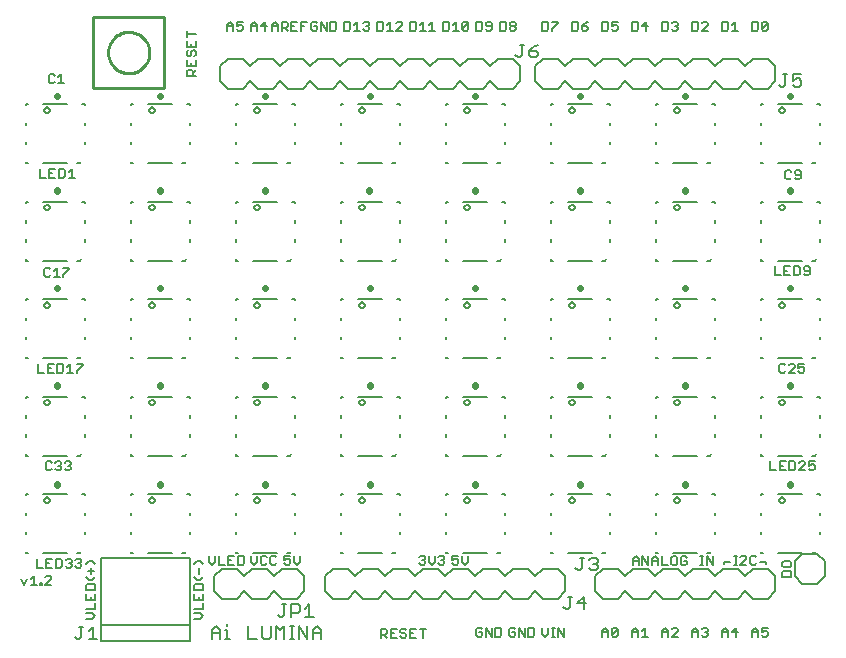
<source format=gto>
G75*
%MOIN*%
%OFA0B0*%
%FSLAX24Y24*%
%IPPOS*%
%LPD*%
%AMOC8*
5,1,8,0,0,1.08239X$1,22.5*
%
%ADD10C,0.0050*%
%ADD11C,0.0080*%
%ADD12C,0.0060*%
%ADD13C,0.0079*%
%ADD14C,0.0220*%
%ADD15C,0.0100*%
D10*
X003207Y002455D02*
X003308Y002655D01*
X003430Y002655D02*
X003530Y002755D01*
X003530Y002455D01*
X003430Y002455D02*
X003630Y002455D01*
X003752Y002455D02*
X003802Y002455D01*
X003802Y002505D01*
X003752Y002505D01*
X003752Y002455D01*
X003913Y002455D02*
X004113Y002655D01*
X004113Y002705D01*
X004063Y002755D01*
X003963Y002755D01*
X003913Y002705D01*
X003913Y002455D02*
X004113Y002455D01*
X004150Y003025D02*
X003950Y003025D01*
X003950Y003325D01*
X004150Y003325D01*
X004272Y003325D02*
X004422Y003325D01*
X004472Y003275D01*
X004472Y003075D01*
X004422Y003025D01*
X004272Y003025D01*
X004272Y003325D01*
X004050Y003175D02*
X003950Y003175D01*
X003828Y003025D02*
X003627Y003025D01*
X003627Y003325D01*
X003107Y002655D02*
X003207Y002455D01*
X004594Y003075D02*
X004644Y003025D01*
X004744Y003025D01*
X004794Y003075D01*
X004794Y003125D01*
X004744Y003175D01*
X004694Y003175D01*
X004744Y003175D02*
X004794Y003225D01*
X004794Y003275D01*
X004744Y003325D01*
X004644Y003325D01*
X004594Y003275D01*
X004916Y003275D02*
X004967Y003325D01*
X005067Y003325D01*
X005117Y003275D01*
X005117Y003225D01*
X005067Y003175D01*
X005117Y003125D01*
X005117Y003075D01*
X005067Y003025D01*
X004967Y003025D01*
X004916Y003075D01*
X005017Y003175D02*
X005067Y003175D01*
X005277Y003151D02*
X005377Y003251D01*
X005477Y003251D01*
X005577Y003151D01*
X005427Y003029D02*
X005427Y002829D01*
X005327Y002929D02*
X005527Y002929D01*
X005577Y002714D02*
X005477Y002614D01*
X005377Y002614D01*
X005277Y002714D01*
X005327Y002492D02*
X005277Y002442D01*
X005277Y002292D01*
X005577Y002292D01*
X005577Y002442D01*
X005527Y002492D01*
X005327Y002492D01*
X005277Y002170D02*
X005277Y001970D01*
X005577Y001970D01*
X005577Y002170D01*
X005427Y002070D02*
X005427Y001970D01*
X005577Y001847D02*
X005577Y001647D01*
X005277Y001647D01*
X005277Y001525D02*
X005477Y001525D01*
X005577Y001425D01*
X005477Y001325D01*
X005277Y001325D01*
X008877Y001325D02*
X009077Y001325D01*
X009177Y001425D01*
X009077Y001525D01*
X008877Y001525D01*
X008877Y001647D02*
X009177Y001647D01*
X009177Y001847D01*
X009177Y001970D02*
X008877Y001970D01*
X008877Y002170D01*
X008877Y002292D02*
X008877Y002442D01*
X008927Y002492D01*
X009127Y002492D01*
X009177Y002442D01*
X009177Y002292D01*
X008877Y002292D01*
X009027Y002070D02*
X009027Y001970D01*
X009177Y001970D02*
X009177Y002170D01*
X009077Y002614D02*
X008977Y002614D01*
X008877Y002714D01*
X009027Y002829D02*
X009027Y003029D01*
X008877Y003151D02*
X008977Y003251D01*
X009077Y003251D01*
X009177Y003151D01*
X009377Y003225D02*
X009477Y003125D01*
X009578Y003225D01*
X009578Y003425D01*
X009700Y003425D02*
X009700Y003125D01*
X009900Y003125D01*
X010022Y003125D02*
X010222Y003125D01*
X010344Y003125D02*
X010344Y003425D01*
X010494Y003425D01*
X010544Y003375D01*
X010544Y003175D01*
X010494Y003125D01*
X010344Y003125D01*
X010122Y003275D02*
X010022Y003275D01*
X010022Y003425D02*
X010022Y003125D01*
X010022Y003425D02*
X010222Y003425D01*
X010777Y003425D02*
X010777Y003225D01*
X010877Y003125D01*
X010978Y003225D01*
X010978Y003425D01*
X011100Y003375D02*
X011100Y003175D01*
X011150Y003125D01*
X011250Y003125D01*
X011300Y003175D01*
X011422Y003175D02*
X011472Y003125D01*
X011572Y003125D01*
X011622Y003175D01*
X011422Y003175D02*
X011422Y003375D01*
X011472Y003425D01*
X011572Y003425D01*
X011622Y003375D01*
X011877Y003425D02*
X011877Y003275D01*
X011977Y003325D01*
X012027Y003325D01*
X012078Y003275D01*
X012078Y003175D01*
X012027Y003125D01*
X011927Y003125D01*
X011877Y003175D01*
X011877Y003425D02*
X012078Y003425D01*
X012200Y003425D02*
X012200Y003225D01*
X012300Y003125D01*
X012400Y003225D01*
X012400Y003425D01*
X011300Y003375D02*
X011250Y003425D01*
X011150Y003425D01*
X011100Y003375D01*
X009377Y003425D02*
X009377Y003225D01*
X009177Y002714D02*
X009077Y002614D01*
X004772Y006325D02*
X004722Y006275D01*
X004622Y006275D01*
X004572Y006325D01*
X004450Y006325D02*
X004400Y006275D01*
X004300Y006275D01*
X004250Y006325D01*
X004128Y006325D02*
X004077Y006275D01*
X003977Y006275D01*
X003927Y006325D01*
X003927Y006525D01*
X003977Y006575D01*
X004077Y006575D01*
X004128Y006525D01*
X004250Y006525D02*
X004300Y006575D01*
X004400Y006575D01*
X004450Y006525D01*
X004450Y006475D01*
X004400Y006425D01*
X004450Y006375D01*
X004450Y006325D01*
X004400Y006425D02*
X004350Y006425D01*
X004572Y006525D02*
X004622Y006575D01*
X004722Y006575D01*
X004772Y006525D01*
X004772Y006475D01*
X004722Y006425D01*
X004772Y006375D01*
X004772Y006325D01*
X004722Y006425D02*
X004672Y006425D01*
X004644Y009525D02*
X004844Y009525D01*
X004744Y009525D02*
X004744Y009825D01*
X004644Y009725D01*
X004522Y009775D02*
X004472Y009825D01*
X004322Y009825D01*
X004322Y009525D01*
X004472Y009525D01*
X004522Y009575D01*
X004522Y009775D01*
X004200Y009825D02*
X004000Y009825D01*
X004000Y009525D01*
X004200Y009525D01*
X004100Y009675D02*
X004000Y009675D01*
X003878Y009525D02*
X003677Y009525D01*
X003677Y009825D01*
X004966Y009825D02*
X005167Y009825D01*
X005167Y009775D01*
X004966Y009575D01*
X004966Y009525D01*
X004522Y012725D02*
X004522Y012775D01*
X004722Y012975D01*
X004722Y013025D01*
X004522Y013025D01*
X004300Y013025D02*
X004300Y012725D01*
X004200Y012725D02*
X004400Y012725D01*
X004200Y012925D02*
X004300Y013025D01*
X004078Y012975D02*
X004027Y013025D01*
X003927Y013025D01*
X003877Y012975D01*
X003877Y012775D01*
X003927Y012725D01*
X004027Y012725D01*
X004078Y012775D01*
X004050Y016025D02*
X004250Y016025D01*
X004372Y016025D02*
X004372Y016325D01*
X004522Y016325D01*
X004572Y016275D01*
X004572Y016075D01*
X004522Y016025D01*
X004372Y016025D01*
X004150Y016175D02*
X004050Y016175D01*
X004050Y016325D02*
X004050Y016025D01*
X003928Y016025D02*
X003727Y016025D01*
X003727Y016325D01*
X004050Y016325D02*
X004250Y016325D01*
X004694Y016225D02*
X004794Y016325D01*
X004794Y016025D01*
X004694Y016025D02*
X004894Y016025D01*
X004550Y019175D02*
X004350Y019175D01*
X004450Y019175D02*
X004450Y019475D01*
X004350Y019375D01*
X004228Y019425D02*
X004177Y019475D01*
X004077Y019475D01*
X004027Y019425D01*
X004027Y019225D01*
X004077Y019175D01*
X004177Y019175D01*
X004228Y019225D01*
X008637Y019434D02*
X008637Y019584D01*
X008687Y019634D01*
X008787Y019634D01*
X008837Y019584D01*
X008837Y019434D01*
X008837Y019534D02*
X008937Y019634D01*
X008937Y019756D02*
X008637Y019756D01*
X008637Y019956D01*
X008687Y020078D02*
X008737Y020078D01*
X008787Y020128D01*
X008787Y020228D01*
X008837Y020278D01*
X008887Y020278D01*
X008937Y020228D01*
X008937Y020128D01*
X008887Y020078D01*
X008937Y019956D02*
X008937Y019756D01*
X008787Y019756D02*
X008787Y019856D01*
X008687Y020078D02*
X008637Y020128D01*
X008637Y020228D01*
X008687Y020278D01*
X008637Y020400D02*
X008937Y020400D01*
X008937Y020601D01*
X008787Y020501D02*
X008787Y020400D01*
X008637Y020400D02*
X008637Y020601D01*
X008637Y020723D02*
X008637Y020923D01*
X008637Y020823D02*
X008937Y020823D01*
X009977Y020925D02*
X009977Y021125D01*
X010077Y021225D01*
X010178Y021125D01*
X010178Y020925D01*
X010300Y020975D02*
X010350Y020925D01*
X010450Y020925D01*
X010500Y020975D01*
X010500Y021075D01*
X010450Y021125D01*
X010400Y021125D01*
X010300Y021075D01*
X010300Y021225D01*
X010500Y021225D01*
X010777Y021125D02*
X010877Y021225D01*
X010978Y021125D01*
X010978Y020925D01*
X010978Y021075D02*
X010777Y021075D01*
X010777Y021125D02*
X010777Y020925D01*
X011100Y021075D02*
X011300Y021075D01*
X011250Y020925D02*
X011250Y021225D01*
X011100Y021075D01*
X011477Y021075D02*
X011678Y021075D01*
X011678Y021125D02*
X011678Y020925D01*
X011800Y020925D02*
X011800Y021225D01*
X011950Y021225D01*
X012000Y021175D01*
X012000Y021075D01*
X011950Y021025D01*
X011800Y021025D01*
X011900Y021025D02*
X012000Y020925D01*
X012122Y020925D02*
X012322Y020925D01*
X012444Y020925D02*
X012444Y021225D01*
X012644Y021225D01*
X012777Y021175D02*
X012777Y020975D01*
X012827Y020925D01*
X012927Y020925D01*
X012978Y020975D01*
X012978Y021075D01*
X012877Y021075D01*
X012777Y021175D02*
X012827Y021225D01*
X012927Y021225D01*
X012978Y021175D01*
X013100Y021225D02*
X013300Y020925D01*
X013300Y021225D01*
X013422Y021225D02*
X013572Y021225D01*
X013622Y021175D01*
X013622Y020975D01*
X013572Y020925D01*
X013422Y020925D01*
X013422Y021225D01*
X013100Y021225D02*
X013100Y020925D01*
X012544Y021075D02*
X012444Y021075D01*
X012322Y021225D02*
X012122Y021225D01*
X012122Y020925D01*
X012122Y021075D02*
X012222Y021075D01*
X011678Y021125D02*
X011577Y021225D01*
X011477Y021125D01*
X011477Y020925D01*
X010178Y021075D02*
X009977Y021075D01*
X008937Y019434D02*
X008637Y019434D01*
X013877Y020925D02*
X014027Y020925D01*
X014078Y020975D01*
X014078Y021175D01*
X014027Y021225D01*
X013877Y021225D01*
X013877Y020925D01*
X014200Y020925D02*
X014400Y020925D01*
X014300Y020925D02*
X014300Y021225D01*
X014200Y021125D01*
X014522Y021175D02*
X014572Y021225D01*
X014672Y021225D01*
X014722Y021175D01*
X014722Y021125D01*
X014672Y021075D01*
X014722Y021025D01*
X014722Y020975D01*
X014672Y020925D01*
X014572Y020925D01*
X014522Y020975D01*
X014622Y021075D02*
X014672Y021075D01*
X014977Y020925D02*
X015127Y020925D01*
X015178Y020975D01*
X015178Y021175D01*
X015127Y021225D01*
X014977Y021225D01*
X014977Y020925D01*
X015300Y020925D02*
X015500Y020925D01*
X015400Y020925D02*
X015400Y021225D01*
X015300Y021125D01*
X015622Y021175D02*
X015672Y021225D01*
X015772Y021225D01*
X015822Y021175D01*
X015822Y021125D01*
X015622Y020925D01*
X015822Y020925D01*
X016077Y020925D02*
X016227Y020925D01*
X016278Y020975D01*
X016278Y021175D01*
X016227Y021225D01*
X016077Y021225D01*
X016077Y020925D01*
X016400Y020925D02*
X016600Y020925D01*
X016500Y020925D02*
X016500Y021225D01*
X016400Y021125D01*
X016722Y021125D02*
X016822Y021225D01*
X016822Y020925D01*
X016722Y020925D02*
X016922Y020925D01*
X017177Y020925D02*
X017327Y020925D01*
X017378Y020975D01*
X017378Y021175D01*
X017327Y021225D01*
X017177Y021225D01*
X017177Y020925D01*
X017500Y020925D02*
X017700Y020925D01*
X017600Y020925D02*
X017600Y021225D01*
X017500Y021125D01*
X017822Y021175D02*
X017822Y020975D01*
X018022Y021175D01*
X018022Y020975D01*
X017972Y020925D01*
X017872Y020925D01*
X017822Y020975D01*
X017822Y021175D02*
X017872Y021225D01*
X017972Y021225D01*
X018022Y021175D01*
X018277Y021225D02*
X018277Y020925D01*
X018427Y020925D01*
X018478Y020975D01*
X018478Y021175D01*
X018427Y021225D01*
X018277Y021225D01*
X018600Y021175D02*
X018600Y021125D01*
X018650Y021075D01*
X018800Y021075D01*
X018800Y020975D02*
X018800Y021175D01*
X018750Y021225D01*
X018650Y021225D01*
X018600Y021175D01*
X018600Y020975D02*
X018650Y020925D01*
X018750Y020925D01*
X018800Y020975D01*
X019077Y020925D02*
X019227Y020925D01*
X019278Y020975D01*
X019278Y021175D01*
X019227Y021225D01*
X019077Y021225D01*
X019077Y020925D01*
X019400Y020975D02*
X019400Y021025D01*
X019450Y021075D01*
X019550Y021075D01*
X019600Y021025D01*
X019600Y020975D01*
X019550Y020925D01*
X019450Y020925D01*
X019400Y020975D01*
X019450Y021075D02*
X019400Y021125D01*
X019400Y021175D01*
X019450Y021225D01*
X019550Y021225D01*
X019600Y021175D01*
X019600Y021125D01*
X019550Y021075D01*
X020477Y020925D02*
X020627Y020925D01*
X020678Y020975D01*
X020678Y021175D01*
X020627Y021225D01*
X020477Y021225D01*
X020477Y020925D01*
X020800Y020925D02*
X020800Y020975D01*
X021000Y021175D01*
X021000Y021225D01*
X020800Y021225D01*
X021477Y021225D02*
X021477Y020925D01*
X021627Y020925D01*
X021678Y020975D01*
X021678Y021175D01*
X021627Y021225D01*
X021477Y021225D01*
X021800Y021075D02*
X021950Y021075D01*
X022000Y021025D01*
X022000Y020975D01*
X021950Y020925D01*
X021850Y020925D01*
X021800Y020975D01*
X021800Y021075D01*
X021900Y021175D01*
X022000Y021225D01*
X022477Y021225D02*
X022627Y021225D01*
X022678Y021175D01*
X022678Y020975D01*
X022627Y020925D01*
X022477Y020925D01*
X022477Y021225D01*
X022800Y021225D02*
X022800Y021075D01*
X022900Y021125D01*
X022950Y021125D01*
X023000Y021075D01*
X023000Y020975D01*
X022950Y020925D01*
X022850Y020925D01*
X022800Y020975D01*
X022800Y021225D02*
X023000Y021225D01*
X023477Y021225D02*
X023477Y020925D01*
X023627Y020925D01*
X023678Y020975D01*
X023678Y021175D01*
X023627Y021225D01*
X023477Y021225D01*
X023800Y021075D02*
X024000Y021075D01*
X023950Y020925D02*
X023950Y021225D01*
X023800Y021075D01*
X024477Y020925D02*
X024627Y020925D01*
X024678Y020975D01*
X024678Y021175D01*
X024627Y021225D01*
X024477Y021225D01*
X024477Y020925D01*
X024800Y020975D02*
X024850Y020925D01*
X024950Y020925D01*
X025000Y020975D01*
X025000Y021025D01*
X024950Y021075D01*
X024900Y021075D01*
X024950Y021075D02*
X025000Y021125D01*
X025000Y021175D01*
X024950Y021225D01*
X024850Y021225D01*
X024800Y021175D01*
X025477Y021225D02*
X025477Y020925D01*
X025627Y020925D01*
X025678Y020975D01*
X025678Y021175D01*
X025627Y021225D01*
X025477Y021225D01*
X025800Y021175D02*
X025850Y021225D01*
X025950Y021225D01*
X026000Y021175D01*
X026000Y021125D01*
X025800Y020925D01*
X026000Y020925D01*
X026477Y020925D02*
X026477Y021225D01*
X026627Y021225D01*
X026678Y021175D01*
X026678Y020975D01*
X026627Y020925D01*
X026477Y020925D01*
X026800Y020925D02*
X027000Y020925D01*
X026900Y020925D02*
X026900Y021225D01*
X026800Y021125D01*
X027477Y021225D02*
X027477Y020925D01*
X027627Y020925D01*
X027678Y020975D01*
X027678Y021175D01*
X027627Y021225D01*
X027477Y021225D01*
X027800Y021175D02*
X027850Y021225D01*
X027950Y021225D01*
X028000Y021175D01*
X027800Y020975D01*
X027850Y020925D01*
X027950Y020925D01*
X028000Y020975D01*
X028000Y021175D01*
X027800Y021175D02*
X027800Y020975D01*
X028627Y016275D02*
X028577Y016225D01*
X028577Y016025D01*
X028627Y015975D01*
X028727Y015975D01*
X028778Y016025D01*
X028900Y016025D02*
X028950Y015975D01*
X029050Y015975D01*
X029100Y016025D01*
X029100Y016225D01*
X029050Y016275D01*
X028950Y016275D01*
X028900Y016225D01*
X028900Y016175D01*
X028950Y016125D01*
X029100Y016125D01*
X028778Y016225D02*
X028727Y016275D01*
X028627Y016275D01*
X028550Y013075D02*
X028550Y012775D01*
X028750Y012775D01*
X028872Y012775D02*
X029022Y012775D01*
X029072Y012825D01*
X029072Y013025D01*
X029022Y013075D01*
X028872Y013075D01*
X028872Y012775D01*
X028650Y012925D02*
X028550Y012925D01*
X028550Y013075D02*
X028750Y013075D01*
X028428Y012775D02*
X028227Y012775D01*
X028227Y013075D01*
X029194Y013025D02*
X029194Y012975D01*
X029244Y012925D01*
X029394Y012925D01*
X029394Y012825D02*
X029394Y013025D01*
X029344Y013075D01*
X029244Y013075D01*
X029194Y013025D01*
X029194Y012825D02*
X029244Y012775D01*
X029344Y012775D01*
X029394Y012825D01*
X029222Y009825D02*
X029022Y009825D01*
X029022Y009675D01*
X029122Y009725D01*
X029172Y009725D01*
X029222Y009675D01*
X029222Y009575D01*
X029172Y009525D01*
X029072Y009525D01*
X029022Y009575D01*
X028900Y009525D02*
X028700Y009525D01*
X028900Y009725D01*
X028900Y009775D01*
X028850Y009825D01*
X028750Y009825D01*
X028700Y009775D01*
X028578Y009775D02*
X028527Y009825D01*
X028427Y009825D01*
X028377Y009775D01*
X028377Y009575D01*
X028427Y009525D01*
X028527Y009525D01*
X028578Y009575D01*
X028600Y006575D02*
X028400Y006575D01*
X028400Y006275D01*
X028600Y006275D01*
X028722Y006275D02*
X028872Y006275D01*
X028922Y006325D01*
X028922Y006525D01*
X028872Y006575D01*
X028722Y006575D01*
X028722Y006275D01*
X028500Y006425D02*
X028400Y006425D01*
X028278Y006275D02*
X028077Y006275D01*
X028077Y006575D01*
X029044Y006525D02*
X029094Y006575D01*
X029194Y006575D01*
X029244Y006525D01*
X029244Y006475D01*
X029044Y006275D01*
X029244Y006275D01*
X029366Y006325D02*
X029417Y006275D01*
X029517Y006275D01*
X029567Y006325D01*
X029567Y006425D01*
X029517Y006475D01*
X029467Y006475D01*
X029366Y006425D01*
X029366Y006575D01*
X029567Y006575D01*
X027565Y003425D02*
X027465Y003425D01*
X027414Y003375D01*
X027414Y003175D01*
X027465Y003125D01*
X027565Y003125D01*
X027615Y003175D01*
X027615Y003375D02*
X027565Y003425D01*
X027292Y003375D02*
X027242Y003425D01*
X027142Y003425D01*
X027092Y003375D01*
X026977Y003425D02*
X026877Y003425D01*
X026927Y003425D02*
X026927Y003125D01*
X026877Y003125D02*
X026977Y003125D01*
X027092Y003125D02*
X027292Y003325D01*
X027292Y003375D01*
X027292Y003125D02*
X027092Y003125D01*
X026168Y003115D02*
X026168Y003415D01*
X025968Y003415D02*
X025968Y003115D01*
X025853Y003115D02*
X025753Y003115D01*
X025803Y003115D02*
X025803Y003415D01*
X025753Y003415D02*
X025853Y003415D01*
X025968Y003415D02*
X026168Y003115D01*
X025309Y003165D02*
X025309Y003265D01*
X025209Y003265D01*
X025309Y003165D02*
X025259Y003115D01*
X025159Y003115D01*
X025109Y003165D01*
X025109Y003365D01*
X025159Y003415D01*
X025259Y003415D01*
X025309Y003365D01*
X024987Y003365D02*
X024987Y003165D01*
X024937Y003115D01*
X024837Y003115D01*
X024786Y003165D01*
X024786Y003365D01*
X024837Y003415D01*
X024937Y003415D01*
X024987Y003365D01*
X024664Y003115D02*
X024464Y003115D01*
X024464Y003415D01*
X024342Y003315D02*
X024342Y003115D01*
X024342Y003265D02*
X024142Y003265D01*
X024142Y003315D02*
X024242Y003415D01*
X024342Y003315D01*
X024142Y003315D02*
X024142Y003115D01*
X024020Y003115D02*
X024020Y003415D01*
X023820Y003415D02*
X023820Y003115D01*
X023698Y003115D02*
X023698Y003315D01*
X023597Y003415D01*
X023497Y003315D01*
X023497Y003115D01*
X023497Y003265D02*
X023698Y003265D01*
X023820Y003415D02*
X024020Y003115D01*
X023900Y001025D02*
X023900Y000725D01*
X023800Y000725D02*
X024000Y000725D01*
X023800Y000925D02*
X023900Y001025D01*
X023678Y000925D02*
X023678Y000725D01*
X023678Y000875D02*
X023477Y000875D01*
X023477Y000925D02*
X023577Y001025D01*
X023678Y000925D01*
X023477Y000925D02*
X023477Y000725D01*
X023000Y000775D02*
X022950Y000725D01*
X022850Y000725D01*
X022800Y000775D01*
X023000Y000975D01*
X023000Y000775D01*
X023000Y000975D02*
X022950Y001025D01*
X022850Y001025D01*
X022800Y000975D01*
X022800Y000775D01*
X022678Y000725D02*
X022678Y000925D01*
X022577Y001025D01*
X022477Y000925D01*
X022477Y000725D01*
X022477Y000875D02*
X022678Y000875D01*
X021215Y000725D02*
X021215Y001025D01*
X021014Y001025D02*
X021215Y000725D01*
X021014Y000725D02*
X021014Y001025D01*
X020900Y001025D02*
X020800Y001025D01*
X020850Y001025D02*
X020850Y000725D01*
X020800Y000725D02*
X020900Y000725D01*
X020678Y000825D02*
X020678Y001025D01*
X020678Y000825D02*
X020577Y000725D01*
X020477Y000825D01*
X020477Y001025D01*
X020222Y000975D02*
X020222Y000775D01*
X020172Y000725D01*
X020022Y000725D01*
X020022Y001025D01*
X020172Y001025D01*
X020222Y000975D01*
X019900Y001025D02*
X019900Y000725D01*
X019700Y001025D01*
X019700Y000725D01*
X019578Y000775D02*
X019578Y000875D01*
X019477Y000875D01*
X019377Y000775D02*
X019427Y000725D01*
X019527Y000725D01*
X019578Y000775D01*
X019578Y000975D02*
X019527Y001025D01*
X019427Y001025D01*
X019377Y000975D01*
X019377Y000775D01*
X019122Y000775D02*
X019122Y000975D01*
X019072Y001025D01*
X018922Y001025D01*
X018922Y000725D01*
X019072Y000725D01*
X019122Y000775D01*
X018800Y000725D02*
X018800Y001025D01*
X018600Y001025D02*
X018800Y000725D01*
X018600Y000725D02*
X018600Y001025D01*
X018478Y000975D02*
X018427Y001025D01*
X018327Y001025D01*
X018277Y000975D01*
X018277Y000775D01*
X018327Y000725D01*
X018427Y000725D01*
X018478Y000775D01*
X018478Y000875D01*
X018377Y000875D01*
X016597Y000995D02*
X016396Y000995D01*
X016497Y000995D02*
X016497Y000695D01*
X016274Y000695D02*
X016074Y000695D01*
X016074Y000995D01*
X016274Y000995D01*
X016174Y000845D02*
X016074Y000845D01*
X015952Y000795D02*
X015952Y000745D01*
X015902Y000695D01*
X015802Y000695D01*
X015752Y000745D01*
X015802Y000845D02*
X015902Y000845D01*
X015952Y000795D01*
X015952Y000945D02*
X015902Y000995D01*
X015802Y000995D01*
X015752Y000945D01*
X015752Y000895D01*
X015802Y000845D01*
X015630Y000695D02*
X015430Y000695D01*
X015430Y000995D01*
X015630Y000995D01*
X015530Y000845D02*
X015430Y000845D01*
X015308Y000845D02*
X015257Y000795D01*
X015107Y000795D01*
X015107Y000695D02*
X015107Y000995D01*
X015257Y000995D01*
X015308Y000945D01*
X015308Y000845D01*
X015207Y000795D02*
X015308Y000695D01*
X016427Y003125D02*
X016377Y003175D01*
X016427Y003125D02*
X016527Y003125D01*
X016578Y003175D01*
X016578Y003225D01*
X016527Y003275D01*
X016477Y003275D01*
X016527Y003275D02*
X016578Y003325D01*
X016578Y003375D01*
X016527Y003425D01*
X016427Y003425D01*
X016377Y003375D01*
X016700Y003425D02*
X016700Y003225D01*
X016800Y003125D01*
X016900Y003225D01*
X016900Y003425D01*
X017022Y003375D02*
X017072Y003425D01*
X017172Y003425D01*
X017222Y003375D01*
X017222Y003325D01*
X017172Y003275D01*
X017222Y003225D01*
X017222Y003175D01*
X017172Y003125D01*
X017072Y003125D01*
X017022Y003175D01*
X017122Y003275D02*
X017172Y003275D01*
X017477Y003275D02*
X017577Y003325D01*
X017627Y003325D01*
X017678Y003275D01*
X017678Y003175D01*
X017627Y003125D01*
X017527Y003125D01*
X017477Y003175D01*
X017477Y003275D02*
X017477Y003425D01*
X017678Y003425D01*
X017800Y003425D02*
X017800Y003225D01*
X017900Y003125D01*
X018000Y003225D01*
X018000Y003425D01*
X024477Y000925D02*
X024477Y000725D01*
X024477Y000875D02*
X024678Y000875D01*
X024678Y000925D02*
X024678Y000725D01*
X024800Y000725D02*
X025000Y000925D01*
X025000Y000975D01*
X024950Y001025D01*
X024850Y001025D01*
X024800Y000975D01*
X024678Y000925D02*
X024577Y001025D01*
X024477Y000925D01*
X024800Y000725D02*
X025000Y000725D01*
X025477Y000725D02*
X025477Y000925D01*
X025577Y001025D01*
X025678Y000925D01*
X025678Y000725D01*
X025800Y000775D02*
X025850Y000725D01*
X025950Y000725D01*
X026000Y000775D01*
X026000Y000825D01*
X025950Y000875D01*
X025900Y000875D01*
X025950Y000875D02*
X026000Y000925D01*
X026000Y000975D01*
X025950Y001025D01*
X025850Y001025D01*
X025800Y000975D01*
X025678Y000875D02*
X025477Y000875D01*
X026477Y000875D02*
X026678Y000875D01*
X026678Y000925D02*
X026678Y000725D01*
X026800Y000875D02*
X027000Y000875D01*
X026950Y000725D02*
X026950Y001025D01*
X026800Y000875D01*
X026678Y000925D02*
X026577Y001025D01*
X026477Y000925D01*
X026477Y000725D01*
X027477Y000725D02*
X027477Y000925D01*
X027577Y001025D01*
X027678Y000925D01*
X027678Y000725D01*
X027800Y000775D02*
X027850Y000725D01*
X027950Y000725D01*
X028000Y000775D01*
X028000Y000875D01*
X027950Y000925D01*
X027900Y000925D01*
X027800Y000875D01*
X027800Y001025D01*
X028000Y001025D01*
X027678Y000875D02*
X027477Y000875D01*
X028477Y002725D02*
X028477Y002875D01*
X028527Y002925D01*
X028727Y002925D01*
X028777Y002875D01*
X028777Y002725D01*
X028477Y002725D01*
X028527Y003047D02*
X028727Y003047D01*
X028777Y003097D01*
X028777Y003197D01*
X028727Y003247D01*
X028527Y003247D01*
X028477Y003197D01*
X028477Y003097D01*
X028527Y003047D01*
D11*
X028252Y002750D02*
X028002Y003000D01*
X027502Y003000D01*
X027252Y002750D01*
X027002Y003000D01*
X026502Y003000D01*
X026252Y002750D01*
X026002Y003000D01*
X025502Y003000D01*
X025252Y002750D01*
X025002Y003000D01*
X024502Y003000D01*
X024252Y002750D01*
X024002Y003000D01*
X023502Y003000D01*
X023252Y002750D01*
X023002Y003000D01*
X022502Y003000D01*
X022252Y002750D01*
X022252Y002250D01*
X022502Y002000D01*
X023002Y002000D01*
X023252Y002250D01*
X023502Y002000D01*
X024002Y002000D01*
X024252Y002250D01*
X024502Y002000D01*
X025002Y002000D01*
X025252Y002250D01*
X025502Y002000D01*
X026002Y002000D01*
X026252Y002250D01*
X026502Y002000D01*
X027002Y002000D01*
X027252Y002250D01*
X027502Y002000D01*
X028002Y002000D01*
X028252Y002250D01*
X028252Y002750D01*
X028902Y002750D02*
X028902Y003250D01*
X029152Y003500D01*
X029652Y003500D01*
X029902Y003250D01*
X029902Y002750D01*
X029652Y002500D01*
X029152Y002500D01*
X028902Y002750D01*
X029146Y003516D02*
X028359Y003516D01*
X027768Y004146D02*
X027768Y004224D01*
X027768Y004776D02*
X027768Y004854D01*
X028389Y005287D02*
X028391Y005305D01*
X028397Y005323D01*
X028406Y005339D01*
X028418Y005352D01*
X028433Y005363D01*
X028450Y005371D01*
X028468Y005375D01*
X028486Y005375D01*
X028504Y005371D01*
X028521Y005363D01*
X028536Y005352D01*
X028548Y005339D01*
X028557Y005323D01*
X028563Y005305D01*
X028565Y005287D01*
X028563Y005269D01*
X028557Y005251D01*
X028548Y005235D01*
X028536Y005222D01*
X028521Y005211D01*
X028504Y005203D01*
X028486Y005199D01*
X028468Y005199D01*
X028450Y005203D01*
X028433Y005211D01*
X028418Y005222D01*
X028406Y005235D01*
X028397Y005251D01*
X028391Y005269D01*
X028389Y005287D01*
X028359Y005484D02*
X029146Y005484D01*
X029737Y004854D02*
X029737Y004776D01*
X029737Y004224D02*
X029737Y004146D01*
X026237Y004224D02*
X026237Y004146D01*
X026237Y004776D02*
X026237Y004854D01*
X025646Y005484D02*
X024859Y005484D01*
X024889Y005287D02*
X024891Y005305D01*
X024897Y005323D01*
X024906Y005339D01*
X024918Y005352D01*
X024933Y005363D01*
X024950Y005371D01*
X024968Y005375D01*
X024986Y005375D01*
X025004Y005371D01*
X025021Y005363D01*
X025036Y005352D01*
X025048Y005339D01*
X025057Y005323D01*
X025063Y005305D01*
X025065Y005287D01*
X025063Y005269D01*
X025057Y005251D01*
X025048Y005235D01*
X025036Y005222D01*
X025021Y005211D01*
X025004Y005203D01*
X024986Y005199D01*
X024968Y005199D01*
X024950Y005203D01*
X024933Y005211D01*
X024918Y005222D01*
X024906Y005235D01*
X024897Y005251D01*
X024891Y005269D01*
X024889Y005287D01*
X024268Y004854D02*
X024268Y004776D01*
X024268Y004224D02*
X024268Y004146D01*
X024859Y003516D02*
X025646Y003516D01*
X022737Y004146D02*
X022737Y004224D01*
X022737Y004776D02*
X022737Y004854D01*
X022146Y005484D02*
X021359Y005484D01*
X021389Y005287D02*
X021391Y005305D01*
X021397Y005323D01*
X021406Y005339D01*
X021418Y005352D01*
X021433Y005363D01*
X021450Y005371D01*
X021468Y005375D01*
X021486Y005375D01*
X021504Y005371D01*
X021521Y005363D01*
X021536Y005352D01*
X021548Y005339D01*
X021557Y005323D01*
X021563Y005305D01*
X021565Y005287D01*
X021563Y005269D01*
X021557Y005251D01*
X021548Y005235D01*
X021536Y005222D01*
X021521Y005211D01*
X021504Y005203D01*
X021486Y005199D01*
X021468Y005199D01*
X021450Y005203D01*
X021433Y005211D01*
X021418Y005222D01*
X021406Y005235D01*
X021397Y005251D01*
X021391Y005269D01*
X021389Y005287D01*
X020768Y004854D02*
X020768Y004776D01*
X020768Y004224D02*
X020768Y004146D01*
X021359Y003516D02*
X022146Y003516D01*
X022123Y003360D02*
X022263Y003360D01*
X022333Y003290D01*
X022333Y003220D01*
X022263Y003150D01*
X022333Y003080D01*
X022333Y003010D01*
X022263Y002940D01*
X022123Y002940D01*
X022053Y003010D01*
X022193Y003150D02*
X022263Y003150D01*
X022053Y003290D02*
X022123Y003360D01*
X021873Y003360D02*
X021732Y003360D01*
X021803Y003360D02*
X021803Y003010D01*
X021732Y002940D01*
X021662Y002940D01*
X021592Y003010D01*
X021252Y002750D02*
X021002Y003000D01*
X020502Y003000D01*
X020252Y002750D01*
X020002Y003000D01*
X019502Y003000D01*
X019252Y002750D01*
X019002Y003000D01*
X018502Y003000D01*
X018252Y002750D01*
X018002Y003000D01*
X017502Y003000D01*
X017252Y002750D01*
X017002Y003000D01*
X016502Y003000D01*
X016252Y002750D01*
X016002Y003000D01*
X015502Y003000D01*
X015252Y002750D01*
X015002Y003000D01*
X014502Y003000D01*
X014252Y002750D01*
X014002Y003000D01*
X013502Y003000D01*
X013252Y002750D01*
X013252Y002250D01*
X013502Y002000D01*
X014002Y002000D01*
X014252Y002250D01*
X014502Y002000D01*
X015002Y002000D01*
X015252Y002250D01*
X015502Y002000D01*
X016002Y002000D01*
X016252Y002250D01*
X016502Y002000D01*
X017002Y002000D01*
X017252Y002250D01*
X017502Y002000D01*
X018002Y002000D01*
X018252Y002250D01*
X018502Y002000D01*
X019002Y002000D01*
X019252Y002250D01*
X019502Y002000D01*
X020002Y002000D01*
X020252Y002250D01*
X020502Y002000D01*
X021002Y002000D01*
X021252Y002250D01*
X021252Y002750D01*
X021332Y002060D02*
X021473Y002060D01*
X021403Y002060D02*
X021403Y001710D01*
X021332Y001640D01*
X021262Y001640D01*
X021192Y001710D01*
X021653Y001850D02*
X021863Y002060D01*
X021863Y001640D01*
X021933Y001850D02*
X021653Y001850D01*
X018646Y003516D02*
X017859Y003516D01*
X017268Y004146D02*
X017268Y004224D01*
X017268Y004776D02*
X017268Y004854D01*
X017889Y005287D02*
X017891Y005305D01*
X017897Y005323D01*
X017906Y005339D01*
X017918Y005352D01*
X017933Y005363D01*
X017950Y005371D01*
X017968Y005375D01*
X017986Y005375D01*
X018004Y005371D01*
X018021Y005363D01*
X018036Y005352D01*
X018048Y005339D01*
X018057Y005323D01*
X018063Y005305D01*
X018065Y005287D01*
X018063Y005269D01*
X018057Y005251D01*
X018048Y005235D01*
X018036Y005222D01*
X018021Y005211D01*
X018004Y005203D01*
X017986Y005199D01*
X017968Y005199D01*
X017950Y005203D01*
X017933Y005211D01*
X017918Y005222D01*
X017906Y005235D01*
X017897Y005251D01*
X017891Y005269D01*
X017889Y005287D01*
X017859Y005484D02*
X018646Y005484D01*
X019237Y004854D02*
X019237Y004776D01*
X019237Y004224D02*
X019237Y004146D01*
X018646Y006766D02*
X017859Y006766D01*
X017268Y007396D02*
X017268Y007474D01*
X017268Y008026D02*
X017268Y008104D01*
X017889Y008537D02*
X017891Y008555D01*
X017897Y008573D01*
X017906Y008589D01*
X017918Y008602D01*
X017933Y008613D01*
X017950Y008621D01*
X017968Y008625D01*
X017986Y008625D01*
X018004Y008621D01*
X018021Y008613D01*
X018036Y008602D01*
X018048Y008589D01*
X018057Y008573D01*
X018063Y008555D01*
X018065Y008537D01*
X018063Y008519D01*
X018057Y008501D01*
X018048Y008485D01*
X018036Y008472D01*
X018021Y008461D01*
X018004Y008453D01*
X017986Y008449D01*
X017968Y008449D01*
X017950Y008453D01*
X017933Y008461D01*
X017918Y008472D01*
X017906Y008485D01*
X017897Y008501D01*
X017891Y008519D01*
X017889Y008537D01*
X017859Y008734D02*
X018646Y008734D01*
X019237Y008104D02*
X019237Y008026D01*
X019237Y007474D02*
X019237Y007396D01*
X020768Y007396D02*
X020768Y007474D01*
X020768Y008026D02*
X020768Y008104D01*
X021389Y008537D02*
X021391Y008555D01*
X021397Y008573D01*
X021406Y008589D01*
X021418Y008602D01*
X021433Y008613D01*
X021450Y008621D01*
X021468Y008625D01*
X021486Y008625D01*
X021504Y008621D01*
X021521Y008613D01*
X021536Y008602D01*
X021548Y008589D01*
X021557Y008573D01*
X021563Y008555D01*
X021565Y008537D01*
X021563Y008519D01*
X021557Y008501D01*
X021548Y008485D01*
X021536Y008472D01*
X021521Y008461D01*
X021504Y008453D01*
X021486Y008449D01*
X021468Y008449D01*
X021450Y008453D01*
X021433Y008461D01*
X021418Y008472D01*
X021406Y008485D01*
X021397Y008501D01*
X021391Y008519D01*
X021389Y008537D01*
X021359Y008734D02*
X022146Y008734D01*
X022737Y008104D02*
X022737Y008026D01*
X022737Y007474D02*
X022737Y007396D01*
X022146Y006766D02*
X021359Y006766D01*
X024268Y007396D02*
X024268Y007474D01*
X024268Y008026D02*
X024268Y008104D01*
X024889Y008537D02*
X024891Y008555D01*
X024897Y008573D01*
X024906Y008589D01*
X024918Y008602D01*
X024933Y008613D01*
X024950Y008621D01*
X024968Y008625D01*
X024986Y008625D01*
X025004Y008621D01*
X025021Y008613D01*
X025036Y008602D01*
X025048Y008589D01*
X025057Y008573D01*
X025063Y008555D01*
X025065Y008537D01*
X025063Y008519D01*
X025057Y008501D01*
X025048Y008485D01*
X025036Y008472D01*
X025021Y008461D01*
X025004Y008453D01*
X024986Y008449D01*
X024968Y008449D01*
X024950Y008453D01*
X024933Y008461D01*
X024918Y008472D01*
X024906Y008485D01*
X024897Y008501D01*
X024891Y008519D01*
X024889Y008537D01*
X024859Y008734D02*
X025646Y008734D01*
X026237Y008104D02*
X026237Y008026D01*
X026237Y007474D02*
X026237Y007396D01*
X025646Y006766D02*
X024859Y006766D01*
X027768Y007396D02*
X027768Y007474D01*
X027768Y008026D02*
X027768Y008104D01*
X028389Y008537D02*
X028391Y008555D01*
X028397Y008573D01*
X028406Y008589D01*
X028418Y008602D01*
X028433Y008613D01*
X028450Y008621D01*
X028468Y008625D01*
X028486Y008625D01*
X028504Y008621D01*
X028521Y008613D01*
X028536Y008602D01*
X028548Y008589D01*
X028557Y008573D01*
X028563Y008555D01*
X028565Y008537D01*
X028563Y008519D01*
X028557Y008501D01*
X028548Y008485D01*
X028536Y008472D01*
X028521Y008461D01*
X028504Y008453D01*
X028486Y008449D01*
X028468Y008449D01*
X028450Y008453D01*
X028433Y008461D01*
X028418Y008472D01*
X028406Y008485D01*
X028397Y008501D01*
X028391Y008519D01*
X028389Y008537D01*
X028359Y008734D02*
X029146Y008734D01*
X029737Y008104D02*
X029737Y008026D01*
X029737Y007474D02*
X029737Y007396D01*
X029146Y006766D02*
X028359Y006766D01*
X028359Y010016D02*
X029146Y010016D01*
X029737Y010646D02*
X029737Y010724D01*
X029737Y011276D02*
X029737Y011354D01*
X029146Y011984D02*
X028359Y011984D01*
X028389Y011787D02*
X028391Y011805D01*
X028397Y011823D01*
X028406Y011839D01*
X028418Y011852D01*
X028433Y011863D01*
X028450Y011871D01*
X028468Y011875D01*
X028486Y011875D01*
X028504Y011871D01*
X028521Y011863D01*
X028536Y011852D01*
X028548Y011839D01*
X028557Y011823D01*
X028563Y011805D01*
X028565Y011787D01*
X028563Y011769D01*
X028557Y011751D01*
X028548Y011735D01*
X028536Y011722D01*
X028521Y011711D01*
X028504Y011703D01*
X028486Y011699D01*
X028468Y011699D01*
X028450Y011703D01*
X028433Y011711D01*
X028418Y011722D01*
X028406Y011735D01*
X028397Y011751D01*
X028391Y011769D01*
X028389Y011787D01*
X027768Y011354D02*
X027768Y011276D01*
X027768Y010724D02*
X027768Y010646D01*
X026237Y010646D02*
X026237Y010724D01*
X026237Y011276D02*
X026237Y011354D01*
X025646Y011984D02*
X024859Y011984D01*
X024889Y011787D02*
X024891Y011805D01*
X024897Y011823D01*
X024906Y011839D01*
X024918Y011852D01*
X024933Y011863D01*
X024950Y011871D01*
X024968Y011875D01*
X024986Y011875D01*
X025004Y011871D01*
X025021Y011863D01*
X025036Y011852D01*
X025048Y011839D01*
X025057Y011823D01*
X025063Y011805D01*
X025065Y011787D01*
X025063Y011769D01*
X025057Y011751D01*
X025048Y011735D01*
X025036Y011722D01*
X025021Y011711D01*
X025004Y011703D01*
X024986Y011699D01*
X024968Y011699D01*
X024950Y011703D01*
X024933Y011711D01*
X024918Y011722D01*
X024906Y011735D01*
X024897Y011751D01*
X024891Y011769D01*
X024889Y011787D01*
X024268Y011354D02*
X024268Y011276D01*
X024268Y010724D02*
X024268Y010646D01*
X024859Y010016D02*
X025646Y010016D01*
X022737Y010646D02*
X022737Y010724D01*
X022737Y011276D02*
X022737Y011354D01*
X022146Y011984D02*
X021359Y011984D01*
X021389Y011787D02*
X021391Y011805D01*
X021397Y011823D01*
X021406Y011839D01*
X021418Y011852D01*
X021433Y011863D01*
X021450Y011871D01*
X021468Y011875D01*
X021486Y011875D01*
X021504Y011871D01*
X021521Y011863D01*
X021536Y011852D01*
X021548Y011839D01*
X021557Y011823D01*
X021563Y011805D01*
X021565Y011787D01*
X021563Y011769D01*
X021557Y011751D01*
X021548Y011735D01*
X021536Y011722D01*
X021521Y011711D01*
X021504Y011703D01*
X021486Y011699D01*
X021468Y011699D01*
X021450Y011703D01*
X021433Y011711D01*
X021418Y011722D01*
X021406Y011735D01*
X021397Y011751D01*
X021391Y011769D01*
X021389Y011787D01*
X020768Y011354D02*
X020768Y011276D01*
X020768Y010724D02*
X020768Y010646D01*
X021359Y010016D02*
X022146Y010016D01*
X019237Y010646D02*
X019237Y010724D01*
X019237Y011276D02*
X019237Y011354D01*
X018646Y011984D02*
X017859Y011984D01*
X017889Y011787D02*
X017891Y011805D01*
X017897Y011823D01*
X017906Y011839D01*
X017918Y011852D01*
X017933Y011863D01*
X017950Y011871D01*
X017968Y011875D01*
X017986Y011875D01*
X018004Y011871D01*
X018021Y011863D01*
X018036Y011852D01*
X018048Y011839D01*
X018057Y011823D01*
X018063Y011805D01*
X018065Y011787D01*
X018063Y011769D01*
X018057Y011751D01*
X018048Y011735D01*
X018036Y011722D01*
X018021Y011711D01*
X018004Y011703D01*
X017986Y011699D01*
X017968Y011699D01*
X017950Y011703D01*
X017933Y011711D01*
X017918Y011722D01*
X017906Y011735D01*
X017897Y011751D01*
X017891Y011769D01*
X017889Y011787D01*
X017268Y011354D02*
X017268Y011276D01*
X017268Y010724D02*
X017268Y010646D01*
X017859Y010016D02*
X018646Y010016D01*
X015737Y010646D02*
X015737Y010724D01*
X015737Y011276D02*
X015737Y011354D01*
X015146Y011984D02*
X014359Y011984D01*
X014389Y011787D02*
X014391Y011805D01*
X014397Y011823D01*
X014406Y011839D01*
X014418Y011852D01*
X014433Y011863D01*
X014450Y011871D01*
X014468Y011875D01*
X014486Y011875D01*
X014504Y011871D01*
X014521Y011863D01*
X014536Y011852D01*
X014548Y011839D01*
X014557Y011823D01*
X014563Y011805D01*
X014565Y011787D01*
X014563Y011769D01*
X014557Y011751D01*
X014548Y011735D01*
X014536Y011722D01*
X014521Y011711D01*
X014504Y011703D01*
X014486Y011699D01*
X014468Y011699D01*
X014450Y011703D01*
X014433Y011711D01*
X014418Y011722D01*
X014406Y011735D01*
X014397Y011751D01*
X014391Y011769D01*
X014389Y011787D01*
X013768Y011354D02*
X013768Y011276D01*
X013768Y010724D02*
X013768Y010646D01*
X014359Y010016D02*
X015146Y010016D01*
X015146Y008734D02*
X014359Y008734D01*
X014389Y008537D02*
X014391Y008555D01*
X014397Y008573D01*
X014406Y008589D01*
X014418Y008602D01*
X014433Y008613D01*
X014450Y008621D01*
X014468Y008625D01*
X014486Y008625D01*
X014504Y008621D01*
X014521Y008613D01*
X014536Y008602D01*
X014548Y008589D01*
X014557Y008573D01*
X014563Y008555D01*
X014565Y008537D01*
X014563Y008519D01*
X014557Y008501D01*
X014548Y008485D01*
X014536Y008472D01*
X014521Y008461D01*
X014504Y008453D01*
X014486Y008449D01*
X014468Y008449D01*
X014450Y008453D01*
X014433Y008461D01*
X014418Y008472D01*
X014406Y008485D01*
X014397Y008501D01*
X014391Y008519D01*
X014389Y008537D01*
X013768Y008104D02*
X013768Y008026D01*
X013768Y007474D02*
X013768Y007396D01*
X014359Y006766D02*
X015146Y006766D01*
X015737Y007396D02*
X015737Y007474D01*
X015737Y008026D02*
X015737Y008104D01*
X012237Y008104D02*
X012237Y008026D01*
X012237Y007474D02*
X012237Y007396D01*
X011646Y006766D02*
X010859Y006766D01*
X010268Y007396D02*
X010268Y007474D01*
X010268Y008026D02*
X010268Y008104D01*
X010889Y008537D02*
X010891Y008555D01*
X010897Y008573D01*
X010906Y008589D01*
X010918Y008602D01*
X010933Y008613D01*
X010950Y008621D01*
X010968Y008625D01*
X010986Y008625D01*
X011004Y008621D01*
X011021Y008613D01*
X011036Y008602D01*
X011048Y008589D01*
X011057Y008573D01*
X011063Y008555D01*
X011065Y008537D01*
X011063Y008519D01*
X011057Y008501D01*
X011048Y008485D01*
X011036Y008472D01*
X011021Y008461D01*
X011004Y008453D01*
X010986Y008449D01*
X010968Y008449D01*
X010950Y008453D01*
X010933Y008461D01*
X010918Y008472D01*
X010906Y008485D01*
X010897Y008501D01*
X010891Y008519D01*
X010889Y008537D01*
X010859Y008734D02*
X011646Y008734D01*
X011646Y010016D02*
X010859Y010016D01*
X010268Y010646D02*
X010268Y010724D01*
X010268Y011276D02*
X010268Y011354D01*
X010889Y011787D02*
X010891Y011805D01*
X010897Y011823D01*
X010906Y011839D01*
X010918Y011852D01*
X010933Y011863D01*
X010950Y011871D01*
X010968Y011875D01*
X010986Y011875D01*
X011004Y011871D01*
X011021Y011863D01*
X011036Y011852D01*
X011048Y011839D01*
X011057Y011823D01*
X011063Y011805D01*
X011065Y011787D01*
X011063Y011769D01*
X011057Y011751D01*
X011048Y011735D01*
X011036Y011722D01*
X011021Y011711D01*
X011004Y011703D01*
X010986Y011699D01*
X010968Y011699D01*
X010950Y011703D01*
X010933Y011711D01*
X010918Y011722D01*
X010906Y011735D01*
X010897Y011751D01*
X010891Y011769D01*
X010889Y011787D01*
X010859Y011984D02*
X011646Y011984D01*
X012237Y011354D02*
X012237Y011276D01*
X012237Y010724D02*
X012237Y010646D01*
X011646Y013266D02*
X010859Y013266D01*
X010268Y013896D02*
X010268Y013974D01*
X010268Y014526D02*
X010268Y014604D01*
X010889Y015037D02*
X010891Y015055D01*
X010897Y015073D01*
X010906Y015089D01*
X010918Y015102D01*
X010933Y015113D01*
X010950Y015121D01*
X010968Y015125D01*
X010986Y015125D01*
X011004Y015121D01*
X011021Y015113D01*
X011036Y015102D01*
X011048Y015089D01*
X011057Y015073D01*
X011063Y015055D01*
X011065Y015037D01*
X011063Y015019D01*
X011057Y015001D01*
X011048Y014985D01*
X011036Y014972D01*
X011021Y014961D01*
X011004Y014953D01*
X010986Y014949D01*
X010968Y014949D01*
X010950Y014953D01*
X010933Y014961D01*
X010918Y014972D01*
X010906Y014985D01*
X010897Y015001D01*
X010891Y015019D01*
X010889Y015037D01*
X010859Y015234D02*
X011646Y015234D01*
X012237Y014604D02*
X012237Y014526D01*
X012237Y013974D02*
X012237Y013896D01*
X013768Y013896D02*
X013768Y013974D01*
X013768Y014526D02*
X013768Y014604D01*
X014389Y015037D02*
X014391Y015055D01*
X014397Y015073D01*
X014406Y015089D01*
X014418Y015102D01*
X014433Y015113D01*
X014450Y015121D01*
X014468Y015125D01*
X014486Y015125D01*
X014504Y015121D01*
X014521Y015113D01*
X014536Y015102D01*
X014548Y015089D01*
X014557Y015073D01*
X014563Y015055D01*
X014565Y015037D01*
X014563Y015019D01*
X014557Y015001D01*
X014548Y014985D01*
X014536Y014972D01*
X014521Y014961D01*
X014504Y014953D01*
X014486Y014949D01*
X014468Y014949D01*
X014450Y014953D01*
X014433Y014961D01*
X014418Y014972D01*
X014406Y014985D01*
X014397Y015001D01*
X014391Y015019D01*
X014389Y015037D01*
X014359Y015234D02*
X015146Y015234D01*
X015737Y014604D02*
X015737Y014526D01*
X015737Y013974D02*
X015737Y013896D01*
X015146Y013266D02*
X014359Y013266D01*
X017268Y013896D02*
X017268Y013974D01*
X017268Y014526D02*
X017268Y014604D01*
X017889Y015037D02*
X017891Y015055D01*
X017897Y015073D01*
X017906Y015089D01*
X017918Y015102D01*
X017933Y015113D01*
X017950Y015121D01*
X017968Y015125D01*
X017986Y015125D01*
X018004Y015121D01*
X018021Y015113D01*
X018036Y015102D01*
X018048Y015089D01*
X018057Y015073D01*
X018063Y015055D01*
X018065Y015037D01*
X018063Y015019D01*
X018057Y015001D01*
X018048Y014985D01*
X018036Y014972D01*
X018021Y014961D01*
X018004Y014953D01*
X017986Y014949D01*
X017968Y014949D01*
X017950Y014953D01*
X017933Y014961D01*
X017918Y014972D01*
X017906Y014985D01*
X017897Y015001D01*
X017891Y015019D01*
X017889Y015037D01*
X017859Y015234D02*
X018646Y015234D01*
X019237Y014604D02*
X019237Y014526D01*
X019237Y013974D02*
X019237Y013896D01*
X018646Y013266D02*
X017859Y013266D01*
X020768Y013896D02*
X020768Y013974D01*
X020768Y014526D02*
X020768Y014604D01*
X021389Y015037D02*
X021391Y015055D01*
X021397Y015073D01*
X021406Y015089D01*
X021418Y015102D01*
X021433Y015113D01*
X021450Y015121D01*
X021468Y015125D01*
X021486Y015125D01*
X021504Y015121D01*
X021521Y015113D01*
X021536Y015102D01*
X021548Y015089D01*
X021557Y015073D01*
X021563Y015055D01*
X021565Y015037D01*
X021563Y015019D01*
X021557Y015001D01*
X021548Y014985D01*
X021536Y014972D01*
X021521Y014961D01*
X021504Y014953D01*
X021486Y014949D01*
X021468Y014949D01*
X021450Y014953D01*
X021433Y014961D01*
X021418Y014972D01*
X021406Y014985D01*
X021397Y015001D01*
X021391Y015019D01*
X021389Y015037D01*
X021359Y015234D02*
X022146Y015234D01*
X022737Y014604D02*
X022737Y014526D01*
X022737Y013974D02*
X022737Y013896D01*
X022146Y013266D02*
X021359Y013266D01*
X024268Y013896D02*
X024268Y013974D01*
X024268Y014526D02*
X024268Y014604D01*
X024889Y015037D02*
X024891Y015055D01*
X024897Y015073D01*
X024906Y015089D01*
X024918Y015102D01*
X024933Y015113D01*
X024950Y015121D01*
X024968Y015125D01*
X024986Y015125D01*
X025004Y015121D01*
X025021Y015113D01*
X025036Y015102D01*
X025048Y015089D01*
X025057Y015073D01*
X025063Y015055D01*
X025065Y015037D01*
X025063Y015019D01*
X025057Y015001D01*
X025048Y014985D01*
X025036Y014972D01*
X025021Y014961D01*
X025004Y014953D01*
X024986Y014949D01*
X024968Y014949D01*
X024950Y014953D01*
X024933Y014961D01*
X024918Y014972D01*
X024906Y014985D01*
X024897Y015001D01*
X024891Y015019D01*
X024889Y015037D01*
X024859Y015234D02*
X025646Y015234D01*
X026237Y014604D02*
X026237Y014526D01*
X026237Y013974D02*
X026237Y013896D01*
X025646Y013266D02*
X024859Y013266D01*
X027768Y013896D02*
X027768Y013974D01*
X027768Y014526D02*
X027768Y014604D01*
X028389Y015037D02*
X028391Y015055D01*
X028397Y015073D01*
X028406Y015089D01*
X028418Y015102D01*
X028433Y015113D01*
X028450Y015121D01*
X028468Y015125D01*
X028486Y015125D01*
X028504Y015121D01*
X028521Y015113D01*
X028536Y015102D01*
X028548Y015089D01*
X028557Y015073D01*
X028563Y015055D01*
X028565Y015037D01*
X028563Y015019D01*
X028557Y015001D01*
X028548Y014985D01*
X028536Y014972D01*
X028521Y014961D01*
X028504Y014953D01*
X028486Y014949D01*
X028468Y014949D01*
X028450Y014953D01*
X028433Y014961D01*
X028418Y014972D01*
X028406Y014985D01*
X028397Y015001D01*
X028391Y015019D01*
X028389Y015037D01*
X028359Y015234D02*
X029146Y015234D01*
X029737Y014604D02*
X029737Y014526D01*
X029737Y013974D02*
X029737Y013896D01*
X029146Y013266D02*
X028359Y013266D01*
X028359Y016516D02*
X029146Y016516D01*
X029737Y017146D02*
X029737Y017224D01*
X029737Y017776D02*
X029737Y017854D01*
X029146Y018484D02*
X028359Y018484D01*
X028389Y018287D02*
X028391Y018305D01*
X028397Y018323D01*
X028406Y018339D01*
X028418Y018352D01*
X028433Y018363D01*
X028450Y018371D01*
X028468Y018375D01*
X028486Y018375D01*
X028504Y018371D01*
X028521Y018363D01*
X028536Y018352D01*
X028548Y018339D01*
X028557Y018323D01*
X028563Y018305D01*
X028565Y018287D01*
X028563Y018269D01*
X028557Y018251D01*
X028548Y018235D01*
X028536Y018222D01*
X028521Y018211D01*
X028504Y018203D01*
X028486Y018199D01*
X028468Y018199D01*
X028450Y018203D01*
X028433Y018211D01*
X028418Y018222D01*
X028406Y018235D01*
X028397Y018251D01*
X028391Y018269D01*
X028389Y018287D01*
X027768Y017854D02*
X027768Y017776D01*
X027768Y017224D02*
X027768Y017146D01*
X026237Y017146D02*
X026237Y017224D01*
X026237Y017776D02*
X026237Y017854D01*
X025646Y018484D02*
X024859Y018484D01*
X024889Y018287D02*
X024891Y018305D01*
X024897Y018323D01*
X024906Y018339D01*
X024918Y018352D01*
X024933Y018363D01*
X024950Y018371D01*
X024968Y018375D01*
X024986Y018375D01*
X025004Y018371D01*
X025021Y018363D01*
X025036Y018352D01*
X025048Y018339D01*
X025057Y018323D01*
X025063Y018305D01*
X025065Y018287D01*
X025063Y018269D01*
X025057Y018251D01*
X025048Y018235D01*
X025036Y018222D01*
X025021Y018211D01*
X025004Y018203D01*
X024986Y018199D01*
X024968Y018199D01*
X024950Y018203D01*
X024933Y018211D01*
X024918Y018222D01*
X024906Y018235D01*
X024897Y018251D01*
X024891Y018269D01*
X024889Y018287D01*
X024268Y017854D02*
X024268Y017776D01*
X024268Y017224D02*
X024268Y017146D01*
X024859Y016516D02*
X025646Y016516D01*
X022737Y017146D02*
X022737Y017224D01*
X022737Y017776D02*
X022737Y017854D01*
X022146Y018484D02*
X021359Y018484D01*
X021389Y018287D02*
X021391Y018305D01*
X021397Y018323D01*
X021406Y018339D01*
X021418Y018352D01*
X021433Y018363D01*
X021450Y018371D01*
X021468Y018375D01*
X021486Y018375D01*
X021504Y018371D01*
X021521Y018363D01*
X021536Y018352D01*
X021548Y018339D01*
X021557Y018323D01*
X021563Y018305D01*
X021565Y018287D01*
X021563Y018269D01*
X021557Y018251D01*
X021548Y018235D01*
X021536Y018222D01*
X021521Y018211D01*
X021504Y018203D01*
X021486Y018199D01*
X021468Y018199D01*
X021450Y018203D01*
X021433Y018211D01*
X021418Y018222D01*
X021406Y018235D01*
X021397Y018251D01*
X021391Y018269D01*
X021389Y018287D01*
X020768Y017854D02*
X020768Y017776D01*
X020768Y017224D02*
X020768Y017146D01*
X021359Y016516D02*
X022146Y016516D01*
X019237Y017146D02*
X019237Y017224D01*
X019237Y017776D02*
X019237Y017854D01*
X018646Y018484D02*
X017859Y018484D01*
X017889Y018287D02*
X017891Y018305D01*
X017897Y018323D01*
X017906Y018339D01*
X017918Y018352D01*
X017933Y018363D01*
X017950Y018371D01*
X017968Y018375D01*
X017986Y018375D01*
X018004Y018371D01*
X018021Y018363D01*
X018036Y018352D01*
X018048Y018339D01*
X018057Y018323D01*
X018063Y018305D01*
X018065Y018287D01*
X018063Y018269D01*
X018057Y018251D01*
X018048Y018235D01*
X018036Y018222D01*
X018021Y018211D01*
X018004Y018203D01*
X017986Y018199D01*
X017968Y018199D01*
X017950Y018203D01*
X017933Y018211D01*
X017918Y018222D01*
X017906Y018235D01*
X017897Y018251D01*
X017891Y018269D01*
X017889Y018287D01*
X017268Y017854D02*
X017268Y017776D01*
X017268Y017224D02*
X017268Y017146D01*
X017859Y016516D02*
X018646Y016516D01*
X015737Y017146D02*
X015737Y017224D01*
X015737Y017776D02*
X015737Y017854D01*
X015146Y018484D02*
X014359Y018484D01*
X014389Y018287D02*
X014391Y018305D01*
X014397Y018323D01*
X014406Y018339D01*
X014418Y018352D01*
X014433Y018363D01*
X014450Y018371D01*
X014468Y018375D01*
X014486Y018375D01*
X014504Y018371D01*
X014521Y018363D01*
X014536Y018352D01*
X014548Y018339D01*
X014557Y018323D01*
X014563Y018305D01*
X014565Y018287D01*
X014563Y018269D01*
X014557Y018251D01*
X014548Y018235D01*
X014536Y018222D01*
X014521Y018211D01*
X014504Y018203D01*
X014486Y018199D01*
X014468Y018199D01*
X014450Y018203D01*
X014433Y018211D01*
X014418Y018222D01*
X014406Y018235D01*
X014397Y018251D01*
X014391Y018269D01*
X014389Y018287D01*
X013768Y017854D02*
X013768Y017776D01*
X013768Y017224D02*
X013768Y017146D01*
X014359Y016516D02*
X015146Y016516D01*
X012237Y017146D02*
X012237Y017224D01*
X012237Y017776D02*
X012237Y017854D01*
X011646Y018484D02*
X010859Y018484D01*
X010889Y018287D02*
X010891Y018305D01*
X010897Y018323D01*
X010906Y018339D01*
X010918Y018352D01*
X010933Y018363D01*
X010950Y018371D01*
X010968Y018375D01*
X010986Y018375D01*
X011004Y018371D01*
X011021Y018363D01*
X011036Y018352D01*
X011048Y018339D01*
X011057Y018323D01*
X011063Y018305D01*
X011065Y018287D01*
X011063Y018269D01*
X011057Y018251D01*
X011048Y018235D01*
X011036Y018222D01*
X011021Y018211D01*
X011004Y018203D01*
X010986Y018199D01*
X010968Y018199D01*
X010950Y018203D01*
X010933Y018211D01*
X010918Y018222D01*
X010906Y018235D01*
X010897Y018251D01*
X010891Y018269D01*
X010889Y018287D01*
X010268Y017854D02*
X010268Y017776D01*
X010268Y017224D02*
X010268Y017146D01*
X010859Y016516D02*
X011646Y016516D01*
X008737Y017146D02*
X008737Y017224D01*
X008737Y017776D02*
X008737Y017854D01*
X008146Y018484D02*
X007359Y018484D01*
X007389Y018287D02*
X007391Y018305D01*
X007397Y018323D01*
X007406Y018339D01*
X007418Y018352D01*
X007433Y018363D01*
X007450Y018371D01*
X007468Y018375D01*
X007486Y018375D01*
X007504Y018371D01*
X007521Y018363D01*
X007536Y018352D01*
X007548Y018339D01*
X007557Y018323D01*
X007563Y018305D01*
X007565Y018287D01*
X007563Y018269D01*
X007557Y018251D01*
X007548Y018235D01*
X007536Y018222D01*
X007521Y018211D01*
X007504Y018203D01*
X007486Y018199D01*
X007468Y018199D01*
X007450Y018203D01*
X007433Y018211D01*
X007418Y018222D01*
X007406Y018235D01*
X007397Y018251D01*
X007391Y018269D01*
X007389Y018287D01*
X006768Y017854D02*
X006768Y017776D01*
X006768Y017224D02*
X006768Y017146D01*
X007359Y016516D02*
X008146Y016516D01*
X008146Y015234D02*
X007359Y015234D01*
X007389Y015037D02*
X007391Y015055D01*
X007397Y015073D01*
X007406Y015089D01*
X007418Y015102D01*
X007433Y015113D01*
X007450Y015121D01*
X007468Y015125D01*
X007486Y015125D01*
X007504Y015121D01*
X007521Y015113D01*
X007536Y015102D01*
X007548Y015089D01*
X007557Y015073D01*
X007563Y015055D01*
X007565Y015037D01*
X007563Y015019D01*
X007557Y015001D01*
X007548Y014985D01*
X007536Y014972D01*
X007521Y014961D01*
X007504Y014953D01*
X007486Y014949D01*
X007468Y014949D01*
X007450Y014953D01*
X007433Y014961D01*
X007418Y014972D01*
X007406Y014985D01*
X007397Y015001D01*
X007391Y015019D01*
X007389Y015037D01*
X006768Y014604D02*
X006768Y014526D01*
X006768Y013974D02*
X006768Y013896D01*
X007359Y013266D02*
X008146Y013266D01*
X008737Y013896D02*
X008737Y013974D01*
X008737Y014526D02*
X008737Y014604D01*
X005237Y014604D02*
X005237Y014526D01*
X005237Y013974D02*
X005237Y013896D01*
X004646Y013266D02*
X003859Y013266D01*
X003268Y013896D02*
X003268Y013974D01*
X003268Y014526D02*
X003268Y014604D01*
X003889Y015037D02*
X003891Y015055D01*
X003897Y015073D01*
X003906Y015089D01*
X003918Y015102D01*
X003933Y015113D01*
X003950Y015121D01*
X003968Y015125D01*
X003986Y015125D01*
X004004Y015121D01*
X004021Y015113D01*
X004036Y015102D01*
X004048Y015089D01*
X004057Y015073D01*
X004063Y015055D01*
X004065Y015037D01*
X004063Y015019D01*
X004057Y015001D01*
X004048Y014985D01*
X004036Y014972D01*
X004021Y014961D01*
X004004Y014953D01*
X003986Y014949D01*
X003968Y014949D01*
X003950Y014953D01*
X003933Y014961D01*
X003918Y014972D01*
X003906Y014985D01*
X003897Y015001D01*
X003891Y015019D01*
X003889Y015037D01*
X003859Y015234D02*
X004646Y015234D01*
X004646Y016516D02*
X003859Y016516D01*
X003268Y017146D02*
X003268Y017224D01*
X003268Y017776D02*
X003268Y017854D01*
X003889Y018287D02*
X003891Y018305D01*
X003897Y018323D01*
X003906Y018339D01*
X003918Y018352D01*
X003933Y018363D01*
X003950Y018371D01*
X003968Y018375D01*
X003986Y018375D01*
X004004Y018371D01*
X004021Y018363D01*
X004036Y018352D01*
X004048Y018339D01*
X004057Y018323D01*
X004063Y018305D01*
X004065Y018287D01*
X004063Y018269D01*
X004057Y018251D01*
X004048Y018235D01*
X004036Y018222D01*
X004021Y018211D01*
X004004Y018203D01*
X003986Y018199D01*
X003968Y018199D01*
X003950Y018203D01*
X003933Y018211D01*
X003918Y018222D01*
X003906Y018235D01*
X003897Y018251D01*
X003891Y018269D01*
X003889Y018287D01*
X003859Y018484D02*
X004646Y018484D01*
X005237Y017854D02*
X005237Y017776D01*
X005237Y017224D02*
X005237Y017146D01*
X009752Y019250D02*
X010002Y019000D01*
X010502Y019000D01*
X010752Y019250D01*
X011002Y019000D01*
X011502Y019000D01*
X011752Y019250D01*
X012002Y019000D01*
X012502Y019000D01*
X012752Y019250D01*
X013002Y019000D01*
X013502Y019000D01*
X013752Y019250D01*
X014002Y019000D01*
X014502Y019000D01*
X014752Y019250D01*
X015002Y019000D01*
X015502Y019000D01*
X015752Y019250D01*
X016002Y019000D01*
X016502Y019000D01*
X016752Y019250D01*
X017002Y019000D01*
X017502Y019000D01*
X017752Y019250D01*
X018002Y019000D01*
X018502Y019000D01*
X018752Y019250D01*
X019002Y019000D01*
X019502Y019000D01*
X019752Y019250D01*
X019752Y019750D01*
X019502Y020000D01*
X019002Y020000D01*
X018752Y019750D01*
X018502Y020000D01*
X018002Y020000D01*
X017752Y019750D01*
X017502Y020000D01*
X017002Y020000D01*
X016752Y019750D01*
X016502Y020000D01*
X016002Y020000D01*
X015752Y019750D01*
X015502Y020000D01*
X015002Y020000D01*
X014752Y019750D01*
X014502Y020000D01*
X014002Y020000D01*
X013752Y019750D01*
X013502Y020000D01*
X013002Y020000D01*
X012752Y019750D01*
X012502Y020000D01*
X012002Y020000D01*
X011752Y019750D01*
X011502Y020000D01*
X011002Y020000D01*
X010752Y019750D01*
X010502Y020000D01*
X010002Y020000D01*
X009752Y019750D01*
X009752Y019250D01*
X019592Y020110D02*
X019662Y020040D01*
X019732Y020040D01*
X019803Y020110D01*
X019803Y020460D01*
X019873Y020460D02*
X019732Y020460D01*
X020053Y020250D02*
X020263Y020250D01*
X020333Y020180D01*
X020333Y020110D01*
X020263Y020040D01*
X020123Y020040D01*
X020053Y020110D01*
X020053Y020250D01*
X020193Y020390D01*
X020333Y020460D01*
X020502Y020000D02*
X020252Y019750D01*
X020252Y019250D01*
X020502Y019000D01*
X021002Y019000D01*
X021252Y019250D01*
X021502Y019000D01*
X022002Y019000D01*
X022252Y019250D01*
X022502Y019000D01*
X023002Y019000D01*
X023252Y019250D01*
X023502Y019000D01*
X024002Y019000D01*
X024252Y019250D01*
X024502Y019000D01*
X025002Y019000D01*
X025252Y019250D01*
X025502Y019000D01*
X026002Y019000D01*
X026252Y019250D01*
X026502Y019000D01*
X027002Y019000D01*
X027252Y019250D01*
X027502Y019000D01*
X028002Y019000D01*
X028252Y019250D01*
X028252Y019750D01*
X028002Y020000D01*
X027502Y020000D01*
X027252Y019750D01*
X027002Y020000D01*
X026502Y020000D01*
X026252Y019750D01*
X026002Y020000D01*
X025502Y020000D01*
X025252Y019750D01*
X025002Y020000D01*
X024502Y020000D01*
X024252Y019750D01*
X024002Y020000D01*
X023502Y020000D01*
X023252Y019750D01*
X023002Y020000D01*
X022502Y020000D01*
X022252Y019750D01*
X022002Y020000D01*
X021502Y020000D01*
X021252Y019750D01*
X021002Y020000D01*
X020502Y020000D01*
X028372Y019130D02*
X028442Y019060D01*
X028512Y019060D01*
X028583Y019130D01*
X028583Y019480D01*
X028653Y019480D02*
X028512Y019480D01*
X028833Y019480D02*
X028833Y019270D01*
X028973Y019340D01*
X029043Y019340D01*
X029113Y019270D01*
X029113Y019130D01*
X029043Y019060D01*
X028903Y019060D01*
X028833Y019130D01*
X028833Y019480D02*
X029113Y019480D01*
X015146Y005484D02*
X014359Y005484D01*
X014389Y005287D02*
X014391Y005305D01*
X014397Y005323D01*
X014406Y005339D01*
X014418Y005352D01*
X014433Y005363D01*
X014450Y005371D01*
X014468Y005375D01*
X014486Y005375D01*
X014504Y005371D01*
X014521Y005363D01*
X014536Y005352D01*
X014548Y005339D01*
X014557Y005323D01*
X014563Y005305D01*
X014565Y005287D01*
X014563Y005269D01*
X014557Y005251D01*
X014548Y005235D01*
X014536Y005222D01*
X014521Y005211D01*
X014504Y005203D01*
X014486Y005199D01*
X014468Y005199D01*
X014450Y005203D01*
X014433Y005211D01*
X014418Y005222D01*
X014406Y005235D01*
X014397Y005251D01*
X014391Y005269D01*
X014389Y005287D01*
X013768Y004854D02*
X013768Y004776D01*
X013768Y004224D02*
X013768Y004146D01*
X014359Y003516D02*
X015146Y003516D01*
X015737Y004146D02*
X015737Y004224D01*
X015737Y004776D02*
X015737Y004854D01*
X012552Y002750D02*
X012302Y003000D01*
X011802Y003000D01*
X011552Y002750D01*
X011302Y003000D01*
X010802Y003000D01*
X010552Y002750D01*
X010302Y003000D01*
X009802Y003000D01*
X009552Y002750D01*
X009552Y002250D01*
X009802Y002000D01*
X010302Y002000D01*
X010552Y002250D01*
X010802Y002000D01*
X011302Y002000D01*
X011552Y002250D01*
X011802Y002000D01*
X012302Y002000D01*
X012552Y002250D01*
X012552Y002750D01*
X012722Y001810D02*
X012722Y001390D01*
X012582Y001390D02*
X012862Y001390D01*
X012582Y001670D02*
X012722Y001810D01*
X012402Y001740D02*
X012402Y001600D01*
X012332Y001530D01*
X012122Y001530D01*
X012122Y001390D02*
X012122Y001810D01*
X012332Y001810D01*
X012402Y001740D01*
X011941Y001810D02*
X011801Y001810D01*
X011871Y001810D02*
X011871Y001460D01*
X011801Y001390D01*
X011731Y001390D01*
X011661Y001460D01*
X011611Y001080D02*
X011751Y000940D01*
X011891Y001080D01*
X011891Y000660D01*
X012071Y000660D02*
X012211Y000660D01*
X012141Y000660D02*
X012141Y001080D01*
X012071Y001080D02*
X012211Y001080D01*
X012378Y001080D02*
X012658Y000660D01*
X012658Y001080D01*
X012839Y000940D02*
X012839Y000660D01*
X012839Y000870D02*
X013119Y000870D01*
X013119Y000940D02*
X013119Y000660D01*
X013119Y000940D02*
X012979Y001080D01*
X012839Y000940D01*
X012378Y001080D02*
X012378Y000660D01*
X011611Y000660D02*
X011611Y001080D01*
X011431Y001080D02*
X011431Y000730D01*
X011361Y000660D01*
X011221Y000660D01*
X011150Y000730D01*
X011150Y001080D01*
X010970Y000660D02*
X010690Y000660D01*
X010690Y001080D01*
X010063Y000660D02*
X009923Y000660D01*
X009993Y000660D02*
X009993Y000940D01*
X009923Y000940D01*
X009993Y001080D02*
X009993Y001150D01*
X009743Y000940D02*
X009602Y001080D01*
X009462Y000940D01*
X009462Y000660D01*
X009462Y000870D02*
X009743Y000870D01*
X009743Y000940D02*
X009743Y000660D01*
X008729Y000583D02*
X008729Y001118D01*
X005776Y001118D01*
X005776Y000583D01*
X008729Y000583D01*
X008729Y001118D02*
X008729Y003339D01*
X005776Y003339D01*
X005776Y001118D01*
X005510Y001060D02*
X005370Y000920D01*
X005510Y001060D02*
X005510Y000640D01*
X005370Y000640D02*
X005650Y000640D01*
X005119Y000710D02*
X005119Y001060D01*
X005049Y001060D02*
X005190Y001060D01*
X005119Y000710D02*
X005049Y000640D01*
X004979Y000640D01*
X004909Y000710D01*
X004646Y003516D02*
X003859Y003516D01*
X003268Y004146D02*
X003268Y004224D01*
X003268Y004776D02*
X003268Y004854D01*
X003889Y005287D02*
X003891Y005305D01*
X003897Y005323D01*
X003906Y005339D01*
X003918Y005352D01*
X003933Y005363D01*
X003950Y005371D01*
X003968Y005375D01*
X003986Y005375D01*
X004004Y005371D01*
X004021Y005363D01*
X004036Y005352D01*
X004048Y005339D01*
X004057Y005323D01*
X004063Y005305D01*
X004065Y005287D01*
X004063Y005269D01*
X004057Y005251D01*
X004048Y005235D01*
X004036Y005222D01*
X004021Y005211D01*
X004004Y005203D01*
X003986Y005199D01*
X003968Y005199D01*
X003950Y005203D01*
X003933Y005211D01*
X003918Y005222D01*
X003906Y005235D01*
X003897Y005251D01*
X003891Y005269D01*
X003889Y005287D01*
X003859Y005484D02*
X004646Y005484D01*
X005237Y004854D02*
X005237Y004776D01*
X005237Y004224D02*
X005237Y004146D01*
X006768Y004146D02*
X006768Y004224D01*
X006768Y004776D02*
X006768Y004854D01*
X007389Y005287D02*
X007391Y005305D01*
X007397Y005323D01*
X007406Y005339D01*
X007418Y005352D01*
X007433Y005363D01*
X007450Y005371D01*
X007468Y005375D01*
X007486Y005375D01*
X007504Y005371D01*
X007521Y005363D01*
X007536Y005352D01*
X007548Y005339D01*
X007557Y005323D01*
X007563Y005305D01*
X007565Y005287D01*
X007563Y005269D01*
X007557Y005251D01*
X007548Y005235D01*
X007536Y005222D01*
X007521Y005211D01*
X007504Y005203D01*
X007486Y005199D01*
X007468Y005199D01*
X007450Y005203D01*
X007433Y005211D01*
X007418Y005222D01*
X007406Y005235D01*
X007397Y005251D01*
X007391Y005269D01*
X007389Y005287D01*
X007359Y005484D02*
X008146Y005484D01*
X008737Y004854D02*
X008737Y004776D01*
X008737Y004224D02*
X008737Y004146D01*
X008146Y003516D02*
X007359Y003516D01*
X010268Y004146D02*
X010268Y004224D01*
X010268Y004776D02*
X010268Y004854D01*
X010889Y005287D02*
X010891Y005305D01*
X010897Y005323D01*
X010906Y005339D01*
X010918Y005352D01*
X010933Y005363D01*
X010950Y005371D01*
X010968Y005375D01*
X010986Y005375D01*
X011004Y005371D01*
X011021Y005363D01*
X011036Y005352D01*
X011048Y005339D01*
X011057Y005323D01*
X011063Y005305D01*
X011065Y005287D01*
X011063Y005269D01*
X011057Y005251D01*
X011048Y005235D01*
X011036Y005222D01*
X011021Y005211D01*
X011004Y005203D01*
X010986Y005199D01*
X010968Y005199D01*
X010950Y005203D01*
X010933Y005211D01*
X010918Y005222D01*
X010906Y005235D01*
X010897Y005251D01*
X010891Y005269D01*
X010889Y005287D01*
X010859Y005484D02*
X011646Y005484D01*
X012237Y004854D02*
X012237Y004776D01*
X012237Y004224D02*
X012237Y004146D01*
X011646Y003516D02*
X010859Y003516D01*
X008146Y006766D02*
X007359Y006766D01*
X006768Y007396D02*
X006768Y007474D01*
X006768Y008026D02*
X006768Y008104D01*
X007389Y008537D02*
X007391Y008555D01*
X007397Y008573D01*
X007406Y008589D01*
X007418Y008602D01*
X007433Y008613D01*
X007450Y008621D01*
X007468Y008625D01*
X007486Y008625D01*
X007504Y008621D01*
X007521Y008613D01*
X007536Y008602D01*
X007548Y008589D01*
X007557Y008573D01*
X007563Y008555D01*
X007565Y008537D01*
X007563Y008519D01*
X007557Y008501D01*
X007548Y008485D01*
X007536Y008472D01*
X007521Y008461D01*
X007504Y008453D01*
X007486Y008449D01*
X007468Y008449D01*
X007450Y008453D01*
X007433Y008461D01*
X007418Y008472D01*
X007406Y008485D01*
X007397Y008501D01*
X007391Y008519D01*
X007389Y008537D01*
X007359Y008734D02*
X008146Y008734D01*
X008737Y008104D02*
X008737Y008026D01*
X008737Y007474D02*
X008737Y007396D01*
X005237Y007474D02*
X005237Y007396D01*
X005237Y008026D02*
X005237Y008104D01*
X004646Y008734D02*
X003859Y008734D01*
X003889Y008537D02*
X003891Y008555D01*
X003897Y008573D01*
X003906Y008589D01*
X003918Y008602D01*
X003933Y008613D01*
X003950Y008621D01*
X003968Y008625D01*
X003986Y008625D01*
X004004Y008621D01*
X004021Y008613D01*
X004036Y008602D01*
X004048Y008589D01*
X004057Y008573D01*
X004063Y008555D01*
X004065Y008537D01*
X004063Y008519D01*
X004057Y008501D01*
X004048Y008485D01*
X004036Y008472D01*
X004021Y008461D01*
X004004Y008453D01*
X003986Y008449D01*
X003968Y008449D01*
X003950Y008453D01*
X003933Y008461D01*
X003918Y008472D01*
X003906Y008485D01*
X003897Y008501D01*
X003891Y008519D01*
X003889Y008537D01*
X003268Y008104D02*
X003268Y008026D01*
X003268Y007474D02*
X003268Y007396D01*
X003859Y006766D02*
X004646Y006766D01*
X004646Y010016D02*
X003859Y010016D01*
X003268Y010646D02*
X003268Y010724D01*
X003268Y011276D02*
X003268Y011354D01*
X003889Y011787D02*
X003891Y011805D01*
X003897Y011823D01*
X003906Y011839D01*
X003918Y011852D01*
X003933Y011863D01*
X003950Y011871D01*
X003968Y011875D01*
X003986Y011875D01*
X004004Y011871D01*
X004021Y011863D01*
X004036Y011852D01*
X004048Y011839D01*
X004057Y011823D01*
X004063Y011805D01*
X004065Y011787D01*
X004063Y011769D01*
X004057Y011751D01*
X004048Y011735D01*
X004036Y011722D01*
X004021Y011711D01*
X004004Y011703D01*
X003986Y011699D01*
X003968Y011699D01*
X003950Y011703D01*
X003933Y011711D01*
X003918Y011722D01*
X003906Y011735D01*
X003897Y011751D01*
X003891Y011769D01*
X003889Y011787D01*
X003859Y011984D02*
X004646Y011984D01*
X005237Y011354D02*
X005237Y011276D01*
X005237Y010724D02*
X005237Y010646D01*
X006768Y010646D02*
X006768Y010724D01*
X006768Y011276D02*
X006768Y011354D01*
X007389Y011787D02*
X007391Y011805D01*
X007397Y011823D01*
X007406Y011839D01*
X007418Y011852D01*
X007433Y011863D01*
X007450Y011871D01*
X007468Y011875D01*
X007486Y011875D01*
X007504Y011871D01*
X007521Y011863D01*
X007536Y011852D01*
X007548Y011839D01*
X007557Y011823D01*
X007563Y011805D01*
X007565Y011787D01*
X007563Y011769D01*
X007557Y011751D01*
X007548Y011735D01*
X007536Y011722D01*
X007521Y011711D01*
X007504Y011703D01*
X007486Y011699D01*
X007468Y011699D01*
X007450Y011703D01*
X007433Y011711D01*
X007418Y011722D01*
X007406Y011735D01*
X007397Y011751D01*
X007391Y011769D01*
X007389Y011787D01*
X007359Y011984D02*
X008146Y011984D01*
X008737Y011354D02*
X008737Y011276D01*
X008737Y010724D02*
X008737Y010646D01*
X008146Y010016D02*
X007359Y010016D01*
D12*
X026552Y003230D02*
X026552Y003140D01*
X026552Y003230D02*
X026752Y003230D01*
X027752Y003230D02*
X027952Y003230D01*
X027952Y003140D01*
D13*
X027847Y003516D02*
X027768Y003516D01*
X027768Y003555D01*
X029461Y003516D02*
X029579Y003516D01*
X029619Y003555D01*
X029737Y005445D02*
X029737Y005484D01*
X029658Y005484D01*
X029579Y006766D02*
X029461Y006766D01*
X029579Y006766D02*
X029619Y006805D01*
X027847Y006766D02*
X027768Y006766D01*
X027768Y006805D01*
X027768Y005484D02*
X027847Y005484D01*
X027768Y005484D02*
X027768Y005445D01*
X026237Y005484D02*
X026237Y005445D01*
X026237Y005484D02*
X026158Y005484D01*
X026079Y006766D02*
X025961Y006766D01*
X026079Y006766D02*
X026119Y006805D01*
X024347Y006766D02*
X024268Y006766D01*
X024268Y006805D01*
X022619Y006805D02*
X022579Y006766D01*
X022461Y006766D01*
X020847Y006766D02*
X020768Y006766D01*
X020768Y006805D01*
X020768Y005484D02*
X020847Y005484D01*
X020768Y005484D02*
X020768Y005445D01*
X019237Y005484D02*
X019237Y005445D01*
X019237Y005484D02*
X019158Y005484D01*
X019079Y006766D02*
X018961Y006766D01*
X019079Y006766D02*
X019119Y006805D01*
X017347Y006766D02*
X017268Y006766D01*
X017268Y006805D01*
X015619Y006805D02*
X015579Y006766D01*
X015461Y006766D01*
X013847Y006766D02*
X013768Y006766D01*
X013768Y006805D01*
X013768Y005484D02*
X013847Y005484D01*
X013768Y005484D02*
X013768Y005445D01*
X012237Y005484D02*
X012237Y005445D01*
X012237Y005484D02*
X012158Y005484D01*
X010347Y005484D02*
X010268Y005484D01*
X010268Y005445D01*
X008737Y005484D02*
X008737Y005445D01*
X008737Y005484D02*
X008658Y005484D01*
X008579Y006766D02*
X008461Y006766D01*
X008579Y006766D02*
X008619Y006805D01*
X010268Y006805D02*
X010268Y006766D01*
X010347Y006766D01*
X011961Y006766D02*
X012079Y006766D01*
X012119Y006805D01*
X012237Y008695D02*
X012237Y008734D01*
X012158Y008734D01*
X010347Y008734D02*
X010268Y008734D01*
X010268Y008695D01*
X008737Y008734D02*
X008737Y008695D01*
X008737Y008734D02*
X008658Y008734D01*
X008579Y010016D02*
X008461Y010016D01*
X008579Y010016D02*
X008619Y010055D01*
X010268Y010055D02*
X010268Y010016D01*
X010347Y010016D01*
X011961Y010016D02*
X012079Y010016D01*
X012119Y010055D01*
X013768Y010055D02*
X013768Y010016D01*
X013847Y010016D01*
X015461Y010016D02*
X015579Y010016D01*
X015619Y010055D01*
X017268Y010055D02*
X017268Y010016D01*
X017347Y010016D01*
X018961Y010016D02*
X019079Y010016D01*
X019119Y010055D01*
X019158Y008734D02*
X019237Y008734D01*
X019237Y008695D01*
X020768Y008695D02*
X020768Y008734D01*
X020847Y008734D01*
X020847Y010016D02*
X020768Y010016D01*
X020768Y010055D01*
X022461Y010016D02*
X022579Y010016D01*
X022619Y010055D01*
X024268Y010055D02*
X024268Y010016D01*
X024347Y010016D01*
X025961Y010016D02*
X026079Y010016D01*
X026119Y010055D01*
X026158Y008734D02*
X026237Y008734D01*
X026237Y008695D01*
X027768Y008695D02*
X027768Y008734D01*
X027847Y008734D01*
X027847Y010016D02*
X027768Y010016D01*
X027768Y010055D01*
X029461Y010016D02*
X029579Y010016D01*
X029619Y010055D01*
X029658Y008734D02*
X029737Y008734D01*
X029737Y008695D01*
X029737Y011945D02*
X029737Y011984D01*
X029658Y011984D01*
X029579Y013266D02*
X029461Y013266D01*
X029579Y013266D02*
X029619Y013305D01*
X027847Y013266D02*
X027768Y013266D01*
X027768Y013305D01*
X027768Y011984D02*
X027847Y011984D01*
X027768Y011984D02*
X027768Y011945D01*
X026237Y011984D02*
X026237Y011945D01*
X026237Y011984D02*
X026158Y011984D01*
X026079Y013266D02*
X025961Y013266D01*
X026079Y013266D02*
X026119Y013305D01*
X024347Y013266D02*
X024268Y013266D01*
X024268Y013305D01*
X022619Y013305D02*
X022579Y013266D01*
X022461Y013266D01*
X020847Y013266D02*
X020768Y013266D01*
X020768Y013305D01*
X020768Y011984D02*
X020847Y011984D01*
X020768Y011984D02*
X020768Y011945D01*
X019237Y011984D02*
X019237Y011945D01*
X019237Y011984D02*
X019158Y011984D01*
X019079Y013266D02*
X018961Y013266D01*
X019079Y013266D02*
X019119Y013305D01*
X017347Y013266D02*
X017268Y013266D01*
X017268Y013305D01*
X015619Y013305D02*
X015579Y013266D01*
X015461Y013266D01*
X013847Y013266D02*
X013768Y013266D01*
X013768Y013305D01*
X013768Y011984D02*
X013847Y011984D01*
X013768Y011984D02*
X013768Y011945D01*
X012237Y011984D02*
X012237Y011945D01*
X012237Y011984D02*
X012158Y011984D01*
X010347Y011984D02*
X010268Y011984D01*
X010268Y011945D01*
X008737Y011984D02*
X008737Y011945D01*
X008737Y011984D02*
X008658Y011984D01*
X008579Y013266D02*
X008461Y013266D01*
X008579Y013266D02*
X008619Y013305D01*
X010268Y013305D02*
X010268Y013266D01*
X010347Y013266D01*
X011961Y013266D02*
X012079Y013266D01*
X012119Y013305D01*
X012237Y015195D02*
X012237Y015234D01*
X012158Y015234D01*
X010347Y015234D02*
X010268Y015234D01*
X010268Y015195D01*
X008737Y015234D02*
X008737Y015195D01*
X008737Y015234D02*
X008658Y015234D01*
X008579Y016516D02*
X008461Y016516D01*
X008579Y016516D02*
X008619Y016555D01*
X010268Y016555D02*
X010268Y016516D01*
X010347Y016516D01*
X011961Y016516D02*
X012079Y016516D01*
X012119Y016555D01*
X013768Y016555D02*
X013768Y016516D01*
X013847Y016516D01*
X015461Y016516D02*
X015579Y016516D01*
X015619Y016555D01*
X017268Y016555D02*
X017268Y016516D01*
X017347Y016516D01*
X018961Y016516D02*
X019079Y016516D01*
X019119Y016555D01*
X019158Y015234D02*
X019237Y015234D01*
X019237Y015195D01*
X020768Y015195D02*
X020768Y015234D01*
X020847Y015234D01*
X020847Y016516D02*
X020768Y016516D01*
X020768Y016555D01*
X022461Y016516D02*
X022579Y016516D01*
X022619Y016555D01*
X024268Y016555D02*
X024268Y016516D01*
X024347Y016516D01*
X025961Y016516D02*
X026079Y016516D01*
X026119Y016555D01*
X026158Y015234D02*
X026237Y015234D01*
X026237Y015195D01*
X027768Y015195D02*
X027768Y015234D01*
X027847Y015234D01*
X027847Y016516D02*
X027768Y016516D01*
X027768Y016555D01*
X029461Y016516D02*
X029579Y016516D01*
X029619Y016555D01*
X029658Y015234D02*
X029737Y015234D01*
X029737Y015195D01*
X029737Y018445D02*
X029737Y018484D01*
X029658Y018484D01*
X027847Y018484D02*
X027768Y018484D01*
X027768Y018445D01*
X026237Y018484D02*
X026237Y018445D01*
X026237Y018484D02*
X026158Y018484D01*
X024347Y018484D02*
X024268Y018484D01*
X024268Y018445D01*
X022737Y018484D02*
X022737Y018445D01*
X022737Y018484D02*
X022658Y018484D01*
X020847Y018484D02*
X020768Y018484D01*
X020768Y018445D01*
X019237Y018484D02*
X019237Y018445D01*
X019237Y018484D02*
X019158Y018484D01*
X017347Y018484D02*
X017268Y018484D01*
X017268Y018445D01*
X015737Y018484D02*
X015737Y018445D01*
X015737Y018484D02*
X015658Y018484D01*
X013847Y018484D02*
X013768Y018484D01*
X013768Y018445D01*
X012237Y018484D02*
X012237Y018445D01*
X012237Y018484D02*
X012158Y018484D01*
X010347Y018484D02*
X010268Y018484D01*
X010268Y018445D01*
X008737Y018484D02*
X008737Y018445D01*
X008737Y018484D02*
X008658Y018484D01*
X006847Y018484D02*
X006768Y018484D01*
X006768Y018445D01*
X005237Y018484D02*
X005237Y018445D01*
X005237Y018484D02*
X005158Y018484D01*
X003347Y018484D02*
X003268Y018484D01*
X003268Y018445D01*
X003268Y016555D02*
X003268Y016516D01*
X003347Y016516D01*
X004961Y016516D02*
X005079Y016516D01*
X005119Y016555D01*
X005158Y015234D02*
X005237Y015234D01*
X005237Y015195D01*
X006768Y015195D02*
X006768Y015234D01*
X006847Y015234D01*
X006847Y016516D02*
X006768Y016516D01*
X006768Y016555D01*
X003347Y015234D02*
X003268Y015234D01*
X003268Y015195D01*
X003268Y013305D02*
X003268Y013266D01*
X003347Y013266D01*
X004961Y013266D02*
X005079Y013266D01*
X005119Y013305D01*
X005158Y011984D02*
X005237Y011984D01*
X005237Y011945D01*
X006768Y011945D02*
X006768Y011984D01*
X006847Y011984D01*
X006847Y013266D02*
X006768Y013266D01*
X006768Y013305D01*
X003347Y011984D02*
X003268Y011984D01*
X003268Y011945D01*
X003268Y010055D02*
X003268Y010016D01*
X003347Y010016D01*
X004961Y010016D02*
X005079Y010016D01*
X005119Y010055D01*
X005158Y008734D02*
X005237Y008734D01*
X005237Y008695D01*
X006768Y008695D02*
X006768Y008734D01*
X006847Y008734D01*
X006847Y010016D02*
X006768Y010016D01*
X006768Y010055D01*
X003347Y008734D02*
X003268Y008734D01*
X003268Y008695D01*
X003268Y006805D02*
X003268Y006766D01*
X003347Y006766D01*
X004961Y006766D02*
X005079Y006766D01*
X005119Y006805D01*
X005158Y005484D02*
X005237Y005484D01*
X005237Y005445D01*
X006768Y005445D02*
X006768Y005484D01*
X006847Y005484D01*
X006847Y006766D02*
X006768Y006766D01*
X006768Y006805D01*
X003347Y005484D02*
X003268Y005484D01*
X003268Y005445D01*
X003268Y003555D02*
X003268Y003516D01*
X003347Y003516D01*
X004961Y003516D02*
X005079Y003516D01*
X005119Y003555D01*
X006768Y003555D02*
X006768Y003516D01*
X006847Y003516D01*
X008461Y003516D02*
X008579Y003516D01*
X008619Y003555D01*
X010268Y003555D02*
X010268Y003516D01*
X010347Y003516D01*
X011961Y003516D02*
X012079Y003516D01*
X012119Y003555D01*
X013768Y003555D02*
X013768Y003516D01*
X013847Y003516D01*
X015461Y003516D02*
X015579Y003516D01*
X015619Y003555D01*
X017268Y003555D02*
X017268Y003516D01*
X017347Y003516D01*
X018961Y003516D02*
X019079Y003516D01*
X019119Y003555D01*
X020768Y003555D02*
X020768Y003516D01*
X020847Y003516D01*
X022461Y003516D02*
X022579Y003516D01*
X022619Y003555D01*
X024268Y003555D02*
X024268Y003516D01*
X024347Y003516D01*
X025961Y003516D02*
X026079Y003516D01*
X026119Y003555D01*
X024347Y005484D02*
X024268Y005484D01*
X024268Y005445D01*
X022737Y005484D02*
X022737Y005445D01*
X022737Y005484D02*
X022658Y005484D01*
X022737Y008695D02*
X022737Y008734D01*
X022658Y008734D01*
X024268Y008734D02*
X024347Y008734D01*
X024268Y008734D02*
X024268Y008695D01*
X024268Y011945D02*
X024268Y011984D01*
X024347Y011984D01*
X022737Y011984D02*
X022737Y011945D01*
X022737Y011984D02*
X022658Y011984D01*
X022737Y015195D02*
X022737Y015234D01*
X022658Y015234D01*
X024268Y015234D02*
X024347Y015234D01*
X024268Y015234D02*
X024268Y015195D01*
X017347Y015234D02*
X017268Y015234D01*
X017268Y015195D01*
X015737Y015234D02*
X015737Y015195D01*
X015737Y015234D02*
X015658Y015234D01*
X013847Y015234D02*
X013768Y015234D01*
X013768Y015195D01*
X015658Y011984D02*
X015737Y011984D01*
X015737Y011945D01*
X017268Y011945D02*
X017268Y011984D01*
X017347Y011984D01*
X017268Y008734D02*
X017347Y008734D01*
X017268Y008734D02*
X017268Y008695D01*
X015737Y008734D02*
X015737Y008695D01*
X015737Y008734D02*
X015658Y008734D01*
X013847Y008734D02*
X013768Y008734D01*
X013768Y008695D01*
X015658Y005484D02*
X015737Y005484D01*
X015737Y005445D01*
X017268Y005445D02*
X017268Y005484D01*
X017347Y005484D01*
D14*
X018252Y005788D02*
X018252Y005812D01*
X021752Y005788D02*
X021752Y005812D01*
X025252Y005788D02*
X025252Y005812D01*
X028752Y005788D02*
X028752Y005812D01*
X028752Y009088D02*
X028752Y009112D01*
X025252Y009088D02*
X025252Y009112D01*
X021752Y009088D02*
X021752Y009112D01*
X018252Y009088D02*
X018252Y009112D01*
X014752Y009088D02*
X014752Y009112D01*
X011252Y009088D02*
X011252Y009112D01*
X007752Y009088D02*
X007752Y009112D01*
X004302Y009088D02*
X004302Y009112D01*
X004302Y012338D02*
X004302Y012362D01*
X007752Y012338D02*
X007752Y012362D01*
X011252Y012338D02*
X011252Y012362D01*
X014752Y012338D02*
X014752Y012362D01*
X018252Y012338D02*
X018252Y012362D01*
X021752Y012338D02*
X021752Y012362D01*
X025252Y012338D02*
X025252Y012362D01*
X028752Y012338D02*
X028752Y012362D01*
X028752Y015588D02*
X028752Y015612D01*
X025252Y015588D02*
X025252Y015612D01*
X021752Y015588D02*
X021752Y015612D01*
X018252Y015588D02*
X018252Y015612D01*
X014702Y015588D02*
X014702Y015612D01*
X011252Y015588D02*
X011252Y015612D01*
X007752Y015588D02*
X007752Y015612D01*
X004302Y015588D02*
X004302Y015612D01*
X004302Y018738D02*
X004302Y018762D01*
X007752Y018738D02*
X007752Y018762D01*
X011252Y018738D02*
X011252Y018762D01*
X014752Y018738D02*
X014752Y018762D01*
X018252Y018738D02*
X018252Y018762D01*
X021752Y018738D02*
X021752Y018762D01*
X025252Y018738D02*
X025252Y018762D01*
X028752Y018738D02*
X028752Y018762D01*
X014752Y005812D02*
X014752Y005788D01*
X011252Y005788D02*
X011252Y005812D01*
X007752Y005788D02*
X007752Y005812D01*
X004302Y005788D02*
X004302Y005812D01*
D15*
X005521Y019019D02*
X007883Y019019D01*
X007883Y021381D01*
X005521Y021381D01*
X005521Y019019D01*
X006013Y020200D02*
X006015Y020252D01*
X006021Y020304D01*
X006031Y020355D01*
X006044Y020405D01*
X006062Y020455D01*
X006083Y020502D01*
X006107Y020548D01*
X006136Y020592D01*
X006167Y020634D01*
X006201Y020673D01*
X006238Y020710D01*
X006278Y020743D01*
X006321Y020774D01*
X006365Y020801D01*
X006411Y020825D01*
X006460Y020845D01*
X006509Y020861D01*
X006560Y020874D01*
X006611Y020883D01*
X006663Y020888D01*
X006715Y020889D01*
X006767Y020886D01*
X006819Y020879D01*
X006870Y020868D01*
X006920Y020854D01*
X006969Y020835D01*
X007016Y020813D01*
X007061Y020788D01*
X007105Y020759D01*
X007146Y020727D01*
X007185Y020692D01*
X007220Y020654D01*
X007253Y020613D01*
X007283Y020571D01*
X007309Y020526D01*
X007332Y020479D01*
X007351Y020430D01*
X007367Y020380D01*
X007379Y020330D01*
X007387Y020278D01*
X007391Y020226D01*
X007391Y020174D01*
X007387Y020122D01*
X007379Y020070D01*
X007367Y020020D01*
X007351Y019970D01*
X007332Y019921D01*
X007309Y019874D01*
X007283Y019829D01*
X007253Y019787D01*
X007220Y019746D01*
X007185Y019708D01*
X007146Y019673D01*
X007105Y019641D01*
X007061Y019612D01*
X007016Y019587D01*
X006969Y019565D01*
X006920Y019546D01*
X006870Y019532D01*
X006819Y019521D01*
X006767Y019514D01*
X006715Y019511D01*
X006663Y019512D01*
X006611Y019517D01*
X006560Y019526D01*
X006509Y019539D01*
X006460Y019555D01*
X006411Y019575D01*
X006365Y019599D01*
X006321Y019626D01*
X006278Y019657D01*
X006238Y019690D01*
X006201Y019727D01*
X006167Y019766D01*
X006136Y019808D01*
X006107Y019852D01*
X006083Y019898D01*
X006062Y019945D01*
X006044Y019995D01*
X006031Y020045D01*
X006021Y020096D01*
X006015Y020148D01*
X006013Y020200D01*
M02*

</source>
